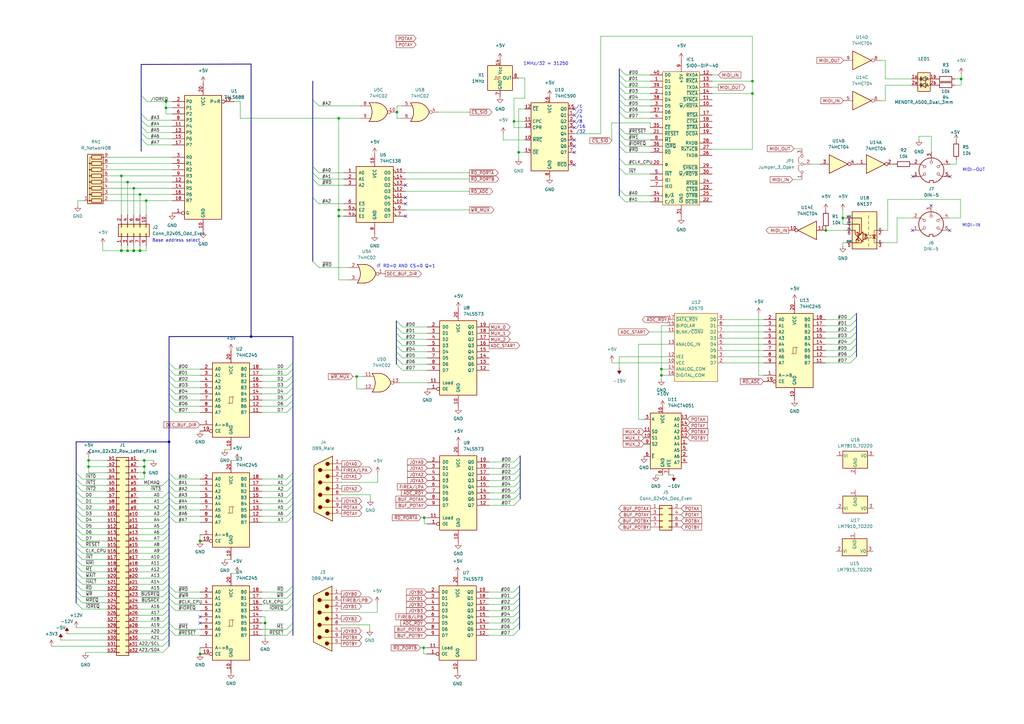
<source format=kicad_sch>
(kicad_sch (version 20211123) (generator eeschema)
  (paper "A3")
  (title_block (title "Z8C Midi Interfacee") (date "2022-10-14"))
  (junction (at 308.61 33.274))
  (junction (at 271.272 153.924))
  (junction (at 210.82 49.784))
  (junction (at 308.61 38.354))
  (junction (at 345.694 89.408))
  (junction (at 82.042 221.869))
  (junction (at 54.864 77.216))
  (junction (at 212.725 62.484))
  (junction (at 68.072 44.196))
  (junction (at 54.864 102.743))
  (junction (at 338.709 94.488))
  (junction (at 173.736 265.684))
  (junction (at 52.324 102.87))
  (junction (at 108.712 255.524))
  (junction (at 69.342 181.229))
  (junction (at 82.042 268.224))
  (junction (at 138.938 48.514))
  (junction (at 68.072 41.656))
  (junction (at 57.404 102.87))
  (junction (at 173.99 212.344))
  (junction (at 59.182 193.929))
  (junction (at 36.322 191.389))
  (junction (at 59.182 191.389))
  (junction (at 146.304 154.432))
  (junction (at 57.404 79.756))
  (junction (at 102.997 138.049))
  (junction (at 54.864 102.87))
  (junction (at 49.784 102.743))
  (junction (at 57.404 102.743))
  (junction (at 271.272 151.384))
  (junction (at 36.322 188.849))
  (junction (at 59.944 82.296))
  (junction (at 162.814 45.974))
  (junction (at 138.938 88.646))
  (junction (at 394.208 32.385))
  (junction (at 138.938 86.106))
  (junction (at 49.784 72.136))
  (junction (at 49.784 102.87))
  (junction (at 52.324 74.676))
  (junction (at 59.182 188.849))
  (no_connect (at 389.509 94.488))
  (no_connect (at 235.585 62.484))
  (no_connect (at 235.585 59.944))
  (no_connect (at 235.585 57.404))
  (no_connect (at 235.585 67.564))
  (no_connect (at 374.396 72.39))
  (no_connect (at 389.636 72.39))
  (no_connect (at 82.042 255.524))
  (no_connect (at 381.889 84.328))
  (no_connect (at 235.585 52.324))
  (no_connect (at 235.585 49.784))
  (no_connect (at 235.585 47.244))
  (no_connect (at 235.585 44.704))
  (no_connect (at 82.042 252.984))
  (no_connect (at 374.269 94.488))
  (no_connect (at 166.37 75.946))
  (no_connect (at 166.37 88.646))
  (no_connect (at 166.37 83.566))
  (no_connect (at 166.37 81.026))
  (bus_entry (at 120.142 240.284) (size -2.54 2.54))
  (bus_entry (at 348.742 148.844) (size 2.54 -2.54))
  (bus_entry (at 256.54 33.274) (size -2.54 -2.54))
  (bus_entry (at 69.342 249.809) (size -2.54 2.54))
  (bus_entry (at 33.782 216.789) (size -2.54 -2.54))
  (bus_entry (at 120.142 247.904) (size -2.54 2.54))
  (bus_entry (at 256.54 43.434) (size -2.54 -2.54))
  (bus_entry (at 57.912 51.816) (size 2.54 2.54))
  (bus_entry (at 120.142 206.629) (size -2.54 2.54))
  (bus_entry (at 120.142 245.364) (size -2.54 2.54))
  (bus_entry (at 69.342 219.329) (size -2.54 2.54))
  (bus_entry (at 31.242 229.489) (size 2.54 2.54))
  (bus_entry (at 69.342 229.489) (size -2.54 2.54))
  (bus_entry (at 165.1 144.272) (size -2.54 -2.54))
  (bus_entry (at 57.912 46.736) (size 2.54 2.54))
  (bus_entry (at 31.242 239.649) (size 2.54 2.54))
  (bus_entry (at 69.342 209.169) (size -2.54 2.54))
  (bus_entry (at 69.342 244.729) (size -2.54 2.54))
  (bus_entry (at 69.342 242.824) (size 2.54 2.54))
  (bus_entry (at 33.782 219.329) (size -2.54 -2.54))
  (bus_entry (at 33.782 206.629) (size -2.54 -2.54))
  (bus_entry (at 69.342 254.889) (size -2.54 2.54))
  (bus_entry (at 128.27 107.188) (size 2.54 2.54))
  (bus_entry (at 69.342 211.709) (size -2.54 2.54))
  (bus_entry (at 210.82 192.024) (size 2.54 -2.54))
  (bus_entry (at 117.602 166.624) (size 2.54 -2.54))
  (bus_entry (at 120.142 211.709) (size -2.54 2.54))
  (bus_entry (at 254 65.024) (size 2.54 2.54))
  (bus_entry (at 57.912 39.116) (size 2.54 2.54))
  (bus_entry (at 210.82 207.264) (size 2.54 -2.54))
  (bus_entry (at 256.54 40.894) (size -2.54 -2.54))
  (bus_entry (at 69.342 258.064) (size 2.54 2.54))
  (bus_entry (at 254 77.724) (size 2.54 2.54))
  (bus_entry (at 117.602 151.384) (size 2.54 -2.54))
  (bus_entry (at 69.342 199.009) (size 2.54 2.54))
  (bus_entry (at 71.882 159.004) (size -2.54 -2.54))
  (bus_entry (at 69.342 214.249) (size -2.54 2.54))
  (bus_entry (at 117.602 159.004) (size 2.54 -2.54))
  (bus_entry (at 120.142 209.169) (size -2.54 2.54))
  (bus_entry (at 348.742 146.304) (size 2.54 -2.54))
  (bus_entry (at 256.54 38.354) (size -2.54 -2.54))
  (bus_entry (at 210.82 202.184) (size 2.54 -2.54))
  (bus_entry (at 69.342 226.949) (size -2.54 2.54))
  (bus_entry (at 69.342 204.089) (size -2.54 2.54))
  (bus_entry (at 33.782 221.869) (size -2.54 -2.54))
  (bus_entry (at 33.782 209.169) (size -2.54 -2.54))
  (bus_entry (at 254 52.324) (size 2.54 2.54))
  (bus_entry (at 210.82 197.104) (size 2.54 -2.54))
  (bus_entry (at 210.82 204.724) (size 2.54 -2.54))
  (bus_entry (at 165.1 139.192) (size -2.54 -2.54))
  (bus_entry (at 33.782 214.249) (size -2.54 -2.54))
  (bus_entry (at 31.242 247.269) (size 2.54 2.54))
  (bus_entry (at 254 59.944) (size 2.54 2.54))
  (bus_entry (at 120.142 204.089) (size -2.54 2.54))
  (bus_entry (at 256.54 30.734) (size -2.54 -2.54))
  (bus_entry (at 69.342 239.649) (size -2.54 2.54))
  (bus_entry (at 256.54 48.514) (size -2.54 -2.54))
  (bus_entry (at 254 68.834) (size 2.54 2.54))
  (bus_entry (at 69.342 201.549) (size 2.54 2.54))
  (bus_entry (at 165.1 136.652) (size -2.54 -2.54))
  (bus_entry (at 33.782 211.709) (size -2.54 -2.54))
  (bus_entry (at 256.54 35.814) (size -2.54 -2.54))
  (bus_entry (at 210.566 252.984) (size 2.54 -2.54))
  (bus_entry (at 117.602 156.464) (size 2.54 -2.54))
  (bus_entry (at 210.566 242.824) (size 2.54 -2.54))
  (bus_entry (at 31.242 199.009) (size 2.54 2.54))
  (bus_entry (at 31.242 193.929) (size 2.54 2.54))
  (bus_entry (at 69.342 259.969) (size -2.54 2.54))
  (bus_entry (at 348.742 138.684) (size 2.54 -2.54))
  (bus_entry (at 348.742 136.144) (size 2.54 -2.54))
  (bus_entry (at 69.342 216.789) (size -2.54 2.54))
  (bus_entry (at 31.242 224.409) (size 2.54 2.54))
  (bus_entry (at 210.566 245.364) (size 2.54 -2.54))
  (bus_entry (at 69.342 252.349) (size -2.54 2.54))
  (bus_entry (at 348.742 141.224) (size 2.54 -2.54))
  (bus_entry (at 117.602 153.924) (size 2.54 -2.54))
  (bus_entry (at 69.342 196.469) (size 2.54 2.54))
  (bus_entry (at 210.566 247.904) (size 2.54 -2.54))
  (bus_entry (at 256.54 45.974) (size -2.54 -2.54))
  (bus_entry (at 120.142 258.064) (size -2.54 2.54))
  (bus_entry (at 210.566 250.444) (size 2.54 -2.54))
  (bus_entry (at 69.342 204.089) (size 2.54 2.54))
  (bus_entry (at 33.782 204.089) (size -2.54 -2.54))
  (bus_entry (at 69.342 206.629) (size 2.54 2.54))
  (bus_entry (at 128.27 40.894) (size 2.54 2.54))
  (bus_entry (at 66.802 199.009) (size 2.54 -2.54))
  (bus_entry (at 71.882 156.464) (size -2.54 -2.54))
  (bus_entry (at 117.602 164.084) (size 2.54 -2.54))
  (bus_entry (at 31.242 234.569) (size 2.54 2.54))
  (bus_entry (at 71.882 153.924) (size -2.54 -2.54))
  (bus_entry (at 210.82 194.564) (size 2.54 -2.54))
  (bus_entry (at 165.1 141.732) (size -2.54 -2.54))
  (bus_entry (at 69.342 247.904) (size 2.54 2.54))
  (bus_entry (at 31.242 232.029) (size 2.54 2.54))
  (bus_entry (at 254 57.404) (size 2.54 2.54))
  (bus_entry (at 120.142 255.524) (size -2.54 2.54))
  (bus_entry (at 57.912 49.276) (size 2.54 2.54))
  (bus_entry (at 31.242 237.109) (size 2.54 2.54))
  (bus_entry (at 69.342 211.709) (size 2.54 2.54))
  (bus_entry (at 31.242 221.869) (size 2.54 2.54))
  (bus_entry (at 128.27 68.326) (size 2.54 2.54))
  (bus_entry (at 71.882 169.164) (size -2.54 -2.54))
  (bus_entry (at 128.27 81.026) (size 2.54 2.54))
  (bus_entry (at 120.142 201.549) (size -2.54 2.54))
  (bus_entry (at 348.742 133.604) (size 2.54 -2.54))
  (bus_entry (at 348.742 131.064) (size 2.54 -2.54))
  (bus_entry (at 210.82 199.644) (size 2.54 -2.54))
  (bus_entry (at 120.142 193.929) (size -2.54 2.54))
  (bus_entry (at 71.882 166.624) (size -2.54 -2.54))
  (bus_entry (at 69.342 265.049) (size -2.54 2.54))
  (bus_entry (at 71.882 164.084) (size -2.54 -2.54))
  (bus_entry (at 71.882 161.544) (size -2.54 -2.54))
  (bus_entry (at 69.342 242.189) (size -2.54 2.54))
  (bus_entry (at 117.602 161.544) (size 2.54 -2.54))
  (bus_entry (at 31.242 244.729) (size 2.54 2.54))
  (bus_entry (at 69.342 257.429) (size -2.54 2.54))
  (bus_entry (at 69.342 237.109) (size -2.54 2.54))
  (bus_entry (at 120.142 242.824) (size -2.54 2.54))
  (bus_entry (at 71.882 151.384) (size -2.54 -2.54))
  (bus_entry (at 69.342 206.629) (size -2.54 2.54))
  (bus_entry (at 120.142 196.469) (size -2.54 2.54))
  (bus_entry (at 165.1 151.892) (size -2.54 -2.54))
  (bus_entry (at 69.342 232.029) (size -2.54 2.54))
  (bus_entry (at 210.566 260.604) (size 2.54 -2.54))
  (bus_entry (at 254 80.264) (size 2.54 2.54))
  (bus_entry (at 165.1 149.352) (size -2.54 -2.54))
  (bus_entry (at 69.342 245.364) (size 2.54 2.54))
  (bus_entry (at 165.1 146.812) (size -2.54 -2.54))
  (bus_entry (at 69.342 247.269) (size -2.54 2.54))
  (bus_entry (at 31.242 242.189) (size 2.54 2.54))
  (bus_entry (at 69.342 224.409) (size -2.54 2.54))
  (bus_entry (at 31.242 196.469) (size 2.54 2.54))
  (bus_entry (at 31.242 226.949) (size 2.54 2.54))
  (bus_entry (at 69.342 255.524) (size 2.54 2.54))
  (bus_entry (at 69.342 240.284) (size 2.54 2.54))
  (bus_entry (at 210.566 258.064) (size 2.54 -2.54))
  (bus_entry (at 69.342 193.929) (size 2.54 2.54))
  (bus_entry (at 57.912 54.356) (size 2.54 2.54))
  (bus_entry (at 69.342 221.869) (size -2.54 2.54))
  (bus_entry (at 128.27 70.866) (size 2.54 2.54))
  (bus_entry (at 128.27 73.406) (size 2.54 2.54))
  (bus_entry (at 210.566 255.524) (size 2.54 -2.54))
  (bus_entry (at 69.342 234.569) (size -2.54 2.54))
  (bus_entry (at 69.342 201.549) (size -2.54 2.54))
  (bus_entry (at 165.1 134.112) (size -2.54 -2.54))
  (bus_entry (at 69.342 262.509) (size -2.54 2.54))
  (bus_entry (at 348.742 143.764) (size 2.54 -2.54))
  (bus_entry (at 69.342 209.169) (size 2.54 2.54))
  (bus_entry (at 117.602 169.164) (size 2.54 -2.54))
  (bus_entry (at 57.912 56.896) (size 2.54 2.54))
  (bus_entry (at 254 54.864) (size 2.54 2.54))
  (bus_entry (at 120.142 199.009) (size -2.54 2.54))
  (bus_entry (at 210.82 189.484) (size 2.54 -2.54))
  (wire (pts (xy 33.782 229.489) (xy 43.942 229.489)))
  (wire (pts (xy 59.182 188.849) (xy 62.992 188.849)))
  (wire (pts (xy 56.642 199.009) (xy 66.802 199.009)))
  (bus (pts (xy 69.342 209.169) (xy 69.342 206.629)))
  (wire (pts (xy 212.725 44.704) (xy 212.725 62.484)))
  (wire (pts (xy 348.742 141.224) (xy 338.582 141.224)))
  (wire (pts (xy 146.304 154.432) (xy 148.844 154.432)))
  (wire (pts (xy 70.612 44.196) (xy 68.072 44.196)))
  (wire (pts (xy 345.694 99.568) (xy 346.964 99.568)))
  (wire (pts (xy 348.742 143.764) (xy 338.582 143.764)))
  (wire (pts (xy 138.938 88.646) (xy 138.938 114.808)))
  (wire (pts (xy 165.1 146.812) (xy 175.26 146.812)))
  (wire (pts (xy 92.202 184.404) (xy 94.742 184.404)))
  (bus (pts (xy 69.342 232.029) (xy 69.342 229.489)))
  (bus (pts (xy 31.242 196.469) (xy 31.242 199.009)))
  (bus (pts (xy 254 57.404) (xy 254 59.944)))
  (wire (pts (xy 66.802 221.869) (xy 56.642 221.869)))
  (wire (pts (xy 66.802 204.089) (xy 56.642 204.089)))
  (wire (pts (xy 33.782 209.169) (xy 43.942 209.169)))
  (wire (pts (xy 98.552 48.514) (xy 138.938 48.514)))
  (wire (pts (xy 117.602 196.469) (xy 107.442 196.469)))
  (wire (pts (xy 348.742 131.064) (xy 338.582 131.064)))
  (bus (pts (xy 254 52.324) (xy 254 54.864)))
  (wire (pts (xy 66.802 219.329) (xy 56.642 219.329)))
  (wire (pts (xy 348.742 133.604) (xy 338.582 133.604)))
  (wire (pts (xy 66.802 254.889) (xy 56.642 254.889)))
  (wire (pts (xy 348.742 146.304) (xy 338.582 146.304)))
  (bus (pts (xy 69.342 244.729) (xy 69.342 245.364)))
  (wire (pts (xy 393.954 89.408) (xy 393.954 81.788)))
  (bus (pts (xy 69.342 164.084) (xy 69.342 161.544)))
  (wire (pts (xy 54.864 77.216) (xy 70.612 77.216)))
  (bus (pts (xy 351.282 146.304) (xy 351.282 143.764)))
  (wire (pts (xy 271.272 155.448) (xy 271.272 153.924)))
  (wire (pts (xy 165.1 141.732) (xy 175.26 141.732)))
  (wire (pts (xy 52.324 102.87) (xy 52.324 100.838)))
  (wire (pts (xy 66.802 259.969) (xy 56.642 259.969)))
  (bus (pts (xy 254 45.974) (xy 254 52.324)))
  (wire (pts (xy 44.196 79.756) (xy 57.404 79.756)))
  (bus (pts (xy 254 54.864) (xy 254 57.404)))
  (bus (pts (xy 351.282 138.684) (xy 351.282 136.144)))
  (bus (pts (xy 69.342 245.364) (xy 69.342 247.269)))
  (wire (pts (xy 210.82 52.324) (xy 215.265 52.324)))
  (wire (pts (xy 68.072 46.736) (xy 70.612 46.736)))
  (bus (pts (xy 162.56 141.732) (xy 162.56 139.192)))
  (wire (pts (xy 165.1 151.892) (xy 175.26 151.892)))
  (wire (pts (xy 140.208 202.946) (xy 151.892 202.946)))
  (wire (pts (xy 210.82 49.784) (xy 210.82 52.324)))
  (wire (pts (xy 271.272 151.384) (xy 271.272 153.924)))
  (wire (pts (xy 164.592 48.514) (xy 162.814 48.514)))
  (wire (pts (xy 345.694 89.408) (xy 345.694 91.948)))
  (wire (pts (xy 394.208 32.385) (xy 394.208 30.48)))
  (bus (pts (xy 213.106 255.524) (xy 213.106 252.984)))
  (wire (pts (xy 311.15 153.924) (xy 313.182 153.924)))
  (wire (pts (xy 44.196 74.676) (xy 52.324 74.676)))
  (bus (pts (xy 351.282 143.764) (xy 351.282 141.224)))
  (bus (pts (xy 128.27 33.274) (xy 128.27 40.894)))
  (wire (pts (xy 71.882 247.904) (xy 82.042 247.904)))
  (wire (pts (xy 154.686 251.206) (xy 154.686 247.396)))
  (bus (pts (xy 69.342 166.624) (xy 69.342 164.084)))
  (wire (pts (xy 59.944 102.87) (xy 59.944 100.838)))
  (bus (pts (xy 57.912 56.896) (xy 57.912 54.356)))
  (bus (pts (xy 69.342 138.049) (xy 102.997 138.049)))
  (wire (pts (xy 82.042 219.329) (xy 82.042 221.869)))
  (wire (pts (xy 271.272 133.604) (xy 274.066 133.604)))
  (wire (pts (xy 27.432 259.969) (xy 43.942 259.969)))
  (wire (pts (xy 162.814 45.974) (xy 162.814 43.434)))
  (bus (pts (xy 254 38.354) (xy 254 35.814)))
  (wire (pts (xy 117.602 166.624) (xy 107.442 166.624)))
  (wire (pts (xy 66.802 242.189) (xy 56.642 242.189)))
  (bus (pts (xy 69.342 229.489) (xy 69.342 226.949)))
  (wire (pts (xy 108.712 255.524) (xy 108.712 261.874)))
  (wire (pts (xy 348.742 138.684) (xy 338.582 138.684)))
  (wire (pts (xy 130.81 73.406) (xy 140.97 73.406)))
  (wire (pts (xy 54.864 77.216) (xy 54.864 88.138)))
  (wire (pts (xy 165.1 134.112) (xy 175.26 134.112)))
  (wire (pts (xy 60.452 51.816) (xy 70.612 51.816)))
  (wire (pts (xy 54.864 102.743) (xy 54.864 100.838)))
  (bus (pts (xy 254 65.024) (xy 254 68.834)))
  (bus (pts (xy 254 59.944) (xy 254 65.024)))
  (wire (pts (xy 59.944 82.296) (xy 70.612 82.296)))
  (wire (pts (xy 250.952 148.844) (xy 250.952 148.336)))
  (wire (pts (xy 57.404 102.743) (xy 57.404 102.87)))
  (wire (pts (xy 256.54 48.514) (xy 266.7 48.514)))
  (bus (pts (xy 120.142 153.924) (xy 120.142 151.384)))
  (wire (pts (xy 345.694 89.408) (xy 346.964 89.408)))
  (wire (pts (xy 21.082 265.049) (xy 43.942 265.049)))
  (wire (pts (xy 215.265 49.784) (xy 210.82 49.784)))
  (wire (pts (xy 266.192 136.144) (xy 274.066 136.144)))
  (wire (pts (xy 254 146.304) (xy 274.066 146.304)))
  (bus (pts (xy 120.142 245.364) (xy 120.142 247.904)))
  (wire (pts (xy 36.322 193.929) (xy 43.942 193.929)))
  (wire (pts (xy 42.164 102.87) (xy 49.784 102.87)))
  (wire (pts (xy 33.782 221.869) (xy 43.942 221.869)))
  (wire (pts (xy 33.782 219.329) (xy 43.942 219.329)))
  (wire (pts (xy 92.202 229.489) (xy 94.742 229.489)))
  (bus (pts (xy 69.342 159.004) (xy 69.342 156.464)))
  (bus (pts (xy 120.142 242.824) (xy 120.142 245.364)))
  (wire (pts (xy 33.782 204.089) (xy 43.942 204.089)))
  (wire (pts (xy 308.61 33.274) (xy 308.61 38.354)))
  (wire (pts (xy 154.94 197.866) (xy 154.94 194.056)))
  (wire (pts (xy 49.784 102.743) (xy 49.784 100.838)))
  (bus (pts (xy 213.36 186.944) (xy 213.36 189.484)))
  (wire (pts (xy 117.602 153.924) (xy 107.442 153.924)))
  (wire (pts (xy 254 150.876) (xy 254 146.304)))
  (bus (pts (xy 162.56 136.652) (xy 162.56 139.192)))
  (wire (pts (xy 117.602 250.444) (xy 107.442 250.444)))
  (wire (pts (xy 363.093 32.385) (xy 373.888 32.385)))
  (bus (pts (xy 120.142 240.284) (xy 120.142 242.824)))
  (wire (pts (xy 117.602 258.064) (xy 107.442 258.064)))
  (bus (pts (xy 31.242 219.329) (xy 31.242 216.789)))
  (wire (pts (xy 261.874 141.224) (xy 274.066 141.224)))
  (wire (pts (xy 60.452 49.276) (xy 70.612 49.276)))
  (wire (pts (xy 210.566 242.824) (xy 200.406 242.824)))
  (wire (pts (xy 271.272 153.924) (xy 274.066 153.924)))
  (wire (pts (xy 31.242 257.429) (xy 43.942 257.429)))
  (bus (pts (xy 120.142 166.624) (xy 120.142 193.929)))
  (wire (pts (xy 256.54 59.944) (xy 266.7 59.944)))
  (bus (pts (xy 120.142 209.169) (xy 120.142 211.709)))
  (wire (pts (xy 268.986 194.818) (xy 271.78 194.818)))
  (wire (pts (xy 308.61 61.214) (xy 292.1 61.214)))
  (wire (pts (xy 313.182 148.844) (xy 296.926 148.844)))
  (wire (pts (xy 276.352 194.818) (xy 274.32 194.818)))
  (wire (pts (xy 138.938 48.514) (xy 138.938 86.106)))
  (bus (pts (xy 31.242 209.169) (xy 31.242 206.629)))
  (bus (pts (xy 213.106 240.284) (xy 213.106 242.824)))
  (wire (pts (xy 346.964 94.488) (xy 338.709 94.488)))
  (wire (pts (xy 308.61 38.354) (xy 308.61 61.214)))
  (bus (pts (xy 254 45.974) (xy 254 43.434)))
  (wire (pts (xy 117.602 211.709) (xy 107.442 211.709)))
  (wire (pts (xy 256.54 45.974) (xy 266.7 45.974)))
  (bus (pts (xy 351.282 128.524) (xy 351.282 131.064)))
  (wire (pts (xy 212.725 62.484) (xy 215.265 62.484)))
  (wire (pts (xy 172.72 212.344) (xy 173.99 212.344)))
  (bus (pts (xy 120.142 164.084) (xy 120.142 161.544)))
  (wire (pts (xy 66.802 209.169) (xy 56.642 209.169)))
  (wire (pts (xy 206.375 57.404) (xy 206.375 54.864)))
  (wire (pts (xy 389.509 89.408) (xy 393.954 89.408)))
  (wire (pts (xy 33.782 211.709) (xy 43.942 211.709)))
  (wire (pts (xy 117.602 214.249) (xy 107.442 214.249)))
  (wire (pts (xy 33.782 239.649) (xy 43.942 239.649)))
  (wire (pts (xy 36.322 191.389) (xy 36.322 193.929)))
  (wire (pts (xy 363.093 34.925) (xy 373.888 34.925)))
  (wire (pts (xy 44.196 82.296) (xy 59.944 82.296)))
  (wire (pts (xy 117.602 164.084) (xy 107.442 164.084)))
  (wire (pts (xy 138.938 114.808) (xy 142.748 114.808)))
  (wire (pts (xy 313.182 131.064) (xy 296.926 131.064)))
  (wire (pts (xy 256.54 43.434) (xy 266.7 43.434)))
  (wire (pts (xy 210.82 189.484) (xy 200.66 189.484)))
  (wire (pts (xy 33.782 232.029) (xy 43.942 232.029)))
  (wire (pts (xy 256.54 80.264) (xy 266.7 80.264)))
  (bus (pts (xy 69.342 249.809) (xy 69.342 247.904)))
  (wire (pts (xy 210.566 260.604) (xy 200.406 260.604)))
  (wire (pts (xy 235.585 54.864) (xy 246.38 54.864)))
  (wire (pts (xy 57.404 100.838) (xy 57.404 102.743)))
  (wire (pts (xy 172.466 265.684) (xy 173.736 265.684)))
  (wire (pts (xy 56.642 193.929) (xy 59.182 193.929)))
  (bus (pts (xy 31.242 242.189) (xy 31.242 244.729)))
  (wire (pts (xy 71.882 209.169) (xy 82.042 209.169)))
  (bus (pts (xy 162.56 149.352) (xy 162.56 146.812)))
  (wire (pts (xy 60.452 54.356) (xy 70.612 54.356)))
  (wire (pts (xy 49.784 72.136) (xy 70.612 72.136)))
  (bus (pts (xy 128.27 107.188) (xy 128.27 81.026)))
  (bus (pts (xy 69.342 242.824) (xy 69.342 244.729)))
  (wire (pts (xy 210.82 194.564) (xy 200.66 194.564)))
  (bus (pts (xy 69.342 153.924) (xy 69.342 156.464)))
  (bus (pts (xy 31.242 181.229) (xy 69.342 181.229)))
  (wire (pts (xy 117.602 204.089) (xy 107.442 204.089)))
  (bus (pts (xy 254 43.434) (xy 254 40.894)))
  (bus (pts (xy 31.242 199.009) (xy 31.242 201.549)))
  (wire (pts (xy 210.82 207.264) (xy 200.66 207.264)))
  (wire (pts (xy 138.938 48.514) (xy 147.574 48.514)))
  (bus (pts (xy 69.342 204.089) (xy 69.342 201.549)))
  (wire (pts (xy 44.196 69.596) (xy 70.612 69.596)))
  (bus (pts (xy 31.242 237.109) (xy 31.242 239.649)))
  (bus (pts (xy 120.142 206.629) (xy 120.142 209.169)))
  (wire (pts (xy 382.016 55.88) (xy 382.016 62.23)))
  (wire (pts (xy 71.882 199.009) (xy 82.042 199.009)))
  (wire (pts (xy 392.176 67.31) (xy 392.176 65.405)))
  (wire (pts (xy 66.802 224.409) (xy 56.642 224.409)))
  (wire (pts (xy 59.182 193.929) (xy 59.182 191.389)))
  (bus (pts (xy 69.342 199.009) (xy 69.342 201.549)))
  (wire (pts (xy 108.712 252.984) (xy 108.712 255.524)))
  (wire (pts (xy 166.37 70.866) (xy 192.532 70.866)))
  (bus (pts (xy 31.242 224.409) (xy 31.242 226.949)))
  (wire (pts (xy 313.182 146.304) (xy 296.926 146.304)))
  (bus (pts (xy 120.142 199.009) (xy 120.142 201.549)))
  (bus (pts (xy 120.142 255.524) (xy 120.142 258.064)))
  (bus (pts (xy 351.282 131.064) (xy 351.282 133.604)))
  (wire (pts (xy 71.882 161.544) (xy 82.042 161.544)))
  (wire (pts (xy 325.12 73.66) (xy 328.93 73.66)))
  (wire (pts (xy 33.782 196.469) (xy 43.942 196.469)))
  (bus (pts (xy 120.142 247.904) (xy 120.142 255.524)))
  (bus (pts (xy 254 68.834) (xy 254 77.724)))
  (wire (pts (xy 68.072 44.196) (xy 68.072 41.656)))
  (bus (pts (xy 69.342 257.429) (xy 69.342 255.524)))
  (wire (pts (xy 215.265 32.004) (xy 215.265 40.259)))
  (wire (pts (xy 33.782 249.809) (xy 43.942 249.809)))
  (wire (pts (xy 71.882 196.469) (xy 82.042 196.469)))
  (wire (pts (xy 44.196 67.056) (xy 70.612 67.056)))
  (wire (pts (xy 313.182 138.684) (xy 296.926 138.684)))
  (bus (pts (xy 57.912 39.116) (xy 57.912 46.736)))
  (wire (pts (xy 71.882 258.064) (xy 82.042 258.064)))
  (wire (pts (xy 210.82 40.259) (xy 210.82 49.784)))
  (wire (pts (xy 54.864 102.743) (xy 54.864 102.87)))
  (wire (pts (xy 117.602 169.164) (xy 107.442 169.164)))
  (wire (pts (xy 33.782 247.269) (xy 43.942 247.269)))
  (bus (pts (xy 31.242 229.489) (xy 31.242 232.029)))
  (wire (pts (xy 33.782 244.729) (xy 43.942 244.729)))
  (wire (pts (xy 210.566 252.984) (xy 200.406 252.984)))
  (bus (pts (xy 213.106 258.064) (xy 213.106 255.524)))
  (wire (pts (xy 33.782 242.189) (xy 43.942 242.189)))
  (bus (pts (xy 69.342 181.229) (xy 69.342 193.929)))
  (bus (pts (xy 213.36 197.104) (xy 213.36 194.564)))
  (wire (pts (xy 49.784 102.743) (xy 49.784 102.87)))
  (wire (pts (xy 308.61 33.274) (xy 292.1 33.274)))
  (wire (pts (xy 71.882 204.089) (xy 82.042 204.089)))
  (wire (pts (xy 71.882 250.444) (xy 82.042 250.444)))
  (wire (pts (xy 210.566 255.524) (xy 200.406 255.524)))
  (wire (pts (xy 66.802 249.809) (xy 56.642 249.809)))
  (wire (pts (xy 165.1 144.272) (xy 175.26 144.272)))
  (bus (pts (xy 69.342 211.709) (xy 69.342 209.169)))
  (wire (pts (xy 215.265 44.704) (xy 212.725 44.704)))
  (wire (pts (xy 71.882 242.824) (xy 82.042 242.824)))
  (wire (pts (xy 348.742 136.144) (xy 338.582 136.144)))
  (wire (pts (xy 117.602 156.464) (xy 107.442 156.464)))
  (wire (pts (xy 162.814 48.514) (xy 162.814 45.974)))
  (wire (pts (xy 313.182 141.224) (xy 296.926 141.224)))
  (bus (pts (xy 69.342 249.809) (xy 69.342 252.349)))
  (bus (pts (xy 69.342 237.109) (xy 69.342 234.569)))
  (wire (pts (xy 66.802 214.249) (xy 56.642 214.249)))
  (bus (pts (xy 120.142 159.004) (xy 120.142 156.464)))
  (bus (pts (xy 69.342 216.789) (xy 69.342 214.249)))
  (wire (pts (xy 66.802 234.569) (xy 56.642 234.569)))
  (bus (pts (xy 69.342 166.624) (xy 69.342 181.229)))
  (wire (pts (xy 389.636 67.31) (xy 392.176 67.31)))
  (wire (pts (xy 130.81 75.946) (xy 140.97 75.946)))
  (bus (pts (xy 102.997 26.289) (xy 102.997 138.049)))
  (bus (pts (xy 69.342 258.064) (xy 69.342 257.429)))
  (bus (pts (xy 162.56 131.572) (xy 162.56 134.112)))
  (wire (pts (xy 66.802 239.649) (xy 56.642 239.649)))
  (wire (pts (xy 212.725 32.004) (xy 215.265 32.004)))
  (bus (pts (xy 69.342 262.509) (xy 69.342 259.969)))
  (wire (pts (xy 66.802 206.629) (xy 56.642 206.629)))
  (bus (pts (xy 213.36 189.484) (xy 213.36 192.024)))
  (wire (pts (xy 57.404 79.756) (xy 70.612 79.756)))
  (wire (pts (xy 162.814 43.434) (xy 164.592 43.434)))
  (wire (pts (xy 57.404 79.756) (xy 57.404 88.138)))
  (bus (pts (xy 31.242 219.329) (xy 31.242 221.869)))
  (wire (pts (xy 179.832 45.974) (xy 192.786 45.974)))
  (wire (pts (xy 164.084 156.972) (xy 175.26 156.972)))
  (wire (pts (xy 44.196 72.136) (xy 49.784 72.136)))
  (wire (pts (xy 59.182 191.389) (xy 59.182 188.849)))
  (bus (pts (xy 351.282 133.604) (xy 351.282 136.144)))
  (wire (pts (xy 31.877 82.296) (xy 34.036 82.296)))
  (wire (pts (xy 210.82 197.104) (xy 200.66 197.104)))
  (bus (pts (xy 69.342 193.929) (xy 69.342 196.469)))
  (wire (pts (xy 246.38 14.859) (xy 246.38 54.864)))
  (wire (pts (xy 52.324 102.87) (xy 54.864 102.87)))
  (wire (pts (xy 66.802 232.029) (xy 56.642 232.029)))
  (wire (pts (xy 117.602 159.004) (xy 107.442 159.004)))
  (wire (pts (xy 367.919 89.408) (xy 374.269 89.408)))
  (wire (pts (xy 210.566 258.064) (xy 200.406 258.064)))
  (wire (pts (xy 71.882 201.549) (xy 82.042 201.549)))
  (wire (pts (xy 346.964 91.948) (xy 345.694 91.948)))
  (wire (pts (xy 210.82 202.184) (xy 200.66 202.184)))
  (wire (pts (xy 311.15 128.778) (xy 311.15 153.924)))
  (bus (pts (xy 120.142 161.544) (xy 120.142 159.004)))
  (wire (pts (xy 364.109 81.788) (xy 364.109 94.488)))
  (wire (pts (xy 49.784 72.136) (xy 49.784 88.138)))
  (bus (pts (xy 69.342 240.284) (xy 69.342 242.189)))
  (wire (pts (xy 66.802 265.049) (xy 56.642 265.049)))
  (wire (pts (xy 256.54 38.354) (xy 266.7 38.354)))
  (wire (pts (xy 210.82 192.024) (xy 200.66 192.024)))
  (wire (pts (xy 166.37 73.406) (xy 192.532 73.406)))
  (wire (pts (xy 33.782 214.249) (xy 43.942 214.249)))
  (wire (pts (xy 24.892 262.509) (xy 43.942 262.509)))
  (bus (pts (xy 57.912 56.896) (xy 57.912 61.976)))
  (wire (pts (xy 313.182 136.144) (xy 296.926 136.144)))
  (wire (pts (xy 146.304 159.512) (xy 146.304 154.432)))
  (wire (pts (xy 33.782 226.949) (xy 43.942 226.949)))
  (wire (pts (xy 210.82 204.724) (xy 200.66 204.724)))
  (wire (pts (xy 71.882 166.624) (xy 82.042 166.624)))
  (wire (pts (xy 348.742 148.844) (xy 338.582 148.844)))
  (wire (pts (xy 173.736 265.684) (xy 175.006 265.684)))
  (wire (pts (xy 376.936 57.15) (xy 376.936 55.88)))
  (bus (pts (xy 254 30.734) (xy 254 33.274)))
  (bus (pts (xy 213.106 252.984) (xy 213.106 250.444)))
  (wire (pts (xy 71.882 156.464) (xy 82.042 156.464)))
  (wire (pts (xy 256.54 82.804) (xy 266.7 82.804)))
  (wire (pts (xy 71.882 159.004) (xy 82.042 159.004)))
  (wire (pts (xy 173.99 212.344) (xy 175.26 212.344)))
  (wire (pts (xy 60.452 41.656) (xy 68.072 41.656)))
  (bus (pts (xy 31.242 244.729) (xy 31.242 247.269)))
  (bus (pts (xy 120.142 193.929) (xy 120.142 196.469)))
  (wire (pts (xy 210.566 247.904) (xy 200.406 247.904)))
  (wire (pts (xy 130.81 83.566) (xy 140.97 83.566)))
  (wire (pts (xy 138.938 88.646) (xy 140.97 88.646)))
  (wire (pts (xy 54.864 102.87) (xy 57.404 102.87)))
  (bus (pts (xy 120.142 138.049) (xy 120.142 148.844)))
  (wire (pts (xy 363.093 24.765) (xy 363.093 32.385)))
  (wire (pts (xy 66.802 211.709) (xy 56.642 211.709)))
  (wire (pts (xy 52.324 74.676) (xy 52.324 88.138)))
  (wire (pts (xy 215.265 57.404) (xy 206.375 57.404)))
  (bus (pts (xy 31.242 214.249) (xy 31.242 211.709)))
  (bus (pts (xy 31.242 206.629) (xy 31.242 204.089)))
  (wire (pts (xy 33.782 216.789) (xy 43.942 216.789)))
  (bus (pts (xy 120.142 151.384) (xy 120.142 148.844)))
  (wire (pts (xy 313.182 143.764) (xy 296.926 143.764)))
  (wire (pts (xy 94.742 235.204) (xy 97.282 235.204)))
  (wire (pts (xy 36.322 191.389) (xy 36.322 188.849)))
  (wire (pts (xy 71.882 211.709) (xy 82.042 211.709)))
  (wire (pts (xy 173.736 265.684) (xy 173.736 268.224)))
  (wire (pts (xy 130.81 109.728) (xy 142.748 109.728)))
  (wire (pts (xy 66.802 244.729) (xy 56.642 244.729)))
  (wire (pts (xy 117.602 206.629) (xy 107.442 206.629)))
  (wire (pts (xy 117.602 247.904) (xy 107.442 247.904)))
  (wire (pts (xy 210.82 199.644) (xy 200.66 199.644)))
  (bus (pts (xy 57.912 51.816) (xy 57.912 49.276)))
  (bus (pts (xy 31.242 204.089) (xy 31.242 201.549)))
  (wire (pts (xy 31.877 82.296) (xy 31.877 84.201)))
  (bus (pts (xy 69.342 259.969) (xy 69.342 258.064)))
  (wire (pts (xy 138.938 86.106) (xy 138.938 88.646)))
  (wire (pts (xy 256.54 71.374) (xy 266.7 71.374)))
  (wire (pts (xy 166.37 86.106) (xy 192.532 86.106)))
  (wire (pts (xy 66.802 257.429) (xy 56.642 257.429)))
  (wire (pts (xy 151.638 256.286) (xy 151.638 258.064)))
  (wire (pts (xy 210.566 245.364) (xy 200.406 245.364)))
  (wire (pts (xy 68.072 41.656) (xy 70.612 41.656)))
  (wire (pts (xy 56.642 196.469) (xy 59.182 196.469)))
  (wire (pts (xy 82.042 265.684) (xy 82.042 268.224)))
  (bus (pts (xy 31.242 239.649) (xy 31.242 242.189)))
  (bus (pts (xy 69.342 226.949) (xy 69.342 224.409)))
  (wire (pts (xy 256.54 67.564) (xy 266.7 67.564)))
  (bus (pts (xy 69.342 219.329) (xy 69.342 216.789)))
  (wire (pts (xy 165.1 149.352) (xy 175.26 149.352)))
  (wire (pts (xy 173.99 212.344) (xy 173.99 214.884)))
  (wire (pts (xy 33.782 234.569) (xy 43.942 234.569)))
  (wire (pts (xy 117.602 260.604) (xy 107.442 260.604)))
  (wire (pts (xy 33.782 201.549) (xy 43.942 201.549)))
  (wire (pts (xy 98.552 41.656) (xy 98.552 48.514)))
  (wire (pts (xy 313.182 133.604) (xy 296.926 133.604)))
  (wire (pts (xy 294.64 35.814) (xy 292.1 35.814)))
  (wire (pts (xy 117.602 245.364) (xy 107.442 245.364)))
  (bus (pts (xy 69.342 214.249) (xy 69.342 211.709)))
  (wire (pts (xy 42.164 100.33) (xy 42.164 102.87)))
  (wire (pts (xy 391.668 34.925) (xy 394.208 34.925)))
  (wire (pts (xy 332.74 67.31) (xy 336.296 67.31)))
  (wire (pts (xy 36.322 187.579) (xy 36.322 188.849)))
  (bus (pts (xy 254 40.894) (xy 254 38.354)))
  (bus (pts (xy 254 28.194) (xy 254 30.734)))
  (bus (pts (xy 120.142 258.064) (xy 120.142 260.604)))
  (wire (pts (xy 49.784 102.87) (xy 52.324 102.87)))
  (bus (pts (xy 57.912 39.116) (xy 57.912 26.416)))
  (bus (pts (xy 213.36 202.184) (xy 213.36 199.644)))
  (wire (pts (xy 376.936 55.88) (xy 382.016 55.88)))
  (wire (pts (xy 107.442 255.524) (xy 108.712 255.524)))
  (wire (pts (xy 33.782 199.009) (xy 43.942 199.009)))
  (wire (pts (xy 256.54 57.404) (xy 266.7 57.404)))
  (wire (pts (xy 71.882 164.084) (xy 82.042 164.084)))
  (bus (pts (xy 69.342 206.629) (xy 69.342 204.089)))
  (wire (pts (xy 66.802 267.589) (xy 56.642 267.589)))
  (wire (pts (xy 33.782 206.629) (xy 43.942 206.629)))
  (bus (pts (xy 31.242 193.929) (xy 31.242 196.469)))
  (wire (pts (xy 246.38 14.859) (xy 308.61 14.859)))
  (wire (pts (xy 60.452 59.436) (xy 70.612 59.436)))
  (wire (pts (xy 66.802 247.269) (xy 56.642 247.269)))
  (wire (pts (xy 139.954 251.206) (xy 154.686 251.206)))
  (wire (pts (xy 71.882 151.384) (xy 82.042 151.384)))
  (wire (pts (xy 117.602 199.009) (xy 107.442 199.009)))
  (bus (pts (xy 57.912 26.416) (xy 102.997 26.289)))
  (bus (pts (xy 213.36 192.024) (xy 213.36 194.564)))
  (wire (pts (xy 361.188 41.275) (xy 363.093 41.275)))
  (wire (pts (xy 71.882 214.249) (xy 82.042 214.249)))
  (bus (pts (xy 31.242 181.229) (xy 31.242 193.929)))
  (wire (pts (xy 43.942 191.389) (xy 36.322 191.389)))
  (bus (pts (xy 102.997 138.049) (xy 120.142 138.049)))
  (wire (pts (xy 57.404 102.87) (xy 59.944 102.87)))
  (wire (pts (xy 71.882 206.629) (xy 82.042 206.629)))
  (wire (pts (xy 345.694 100.838) (xy 345.694 99.568)))
  (wire (pts (xy 117.602 209.169) (xy 107.442 209.169)))
  (bus (pts (xy 57.912 54.356) (xy 57.912 51.816)))
  (wire (pts (xy 107.442 252.984) (xy 108.712 252.984)))
  (bus (pts (xy 69.342 224.409) (xy 69.342 221.869)))
  (bus (pts (xy 213.36 199.644) (xy 213.36 197.104)))
  (bus (pts (xy 69.342 151.384) (xy 69.342 153.924)))
  (wire (pts (xy 256.54 33.274) (xy 266.7 33.274)))
  (wire (pts (xy 130.81 43.434) (xy 147.574 43.434)))
  (wire (pts (xy 94.742 188.849) (xy 97.282 188.849)))
  (wire (pts (xy 210.566 250.444) (xy 200.406 250.444)))
  (bus (pts (xy 128.27 73.406) (xy 128.27 81.026)))
  (bus (pts (xy 69.342 252.349) (xy 69.342 254.889)))
  (bus (pts (xy 31.242 234.569) (xy 31.242 237.109)))
  (bus (pts (xy 69.342 196.469) (xy 69.342 199.009)))
  (bus (pts (xy 69.342 247.904) (xy 69.342 247.269)))
  (wire (pts (xy 338.709 94.488) (xy 338.709 93.853)))
  (wire (pts (xy 345.694 86.233) (xy 345.694 89.408)))
  (bus (pts (xy 69.342 262.509) (xy 69.342 265.049)))
  (bus (pts (xy 31.242 232.029) (xy 31.242 234.569)))
  (bus (pts (xy 213.36 204.724) (xy 213.36 202.184)))
  (wire (pts (xy 361.188 24.765) (xy 363.093 24.765)))
  (bus (pts (xy 128.27 70.866) (xy 128.27 73.406)))
  (wire (pts (xy 66.802 229.489) (xy 56.642 229.489)))
  (wire (pts (xy 256.54 35.814) (xy 266.7 35.814)))
  (bus (pts (xy 120.142 156.464) (xy 120.142 153.924)))
  (bus (pts (xy 213.106 250.444) (xy 213.106 247.904)))
  (wire (pts (xy 364.109 94.488) (xy 362.204 94.488)))
  (wire (pts (xy 256.54 62.484) (xy 266.7 62.484)))
  (bus (pts (xy 69.342 138.049) (xy 69.342 148.844)))
  (bus (pts (xy 57.912 46.736) (xy 57.912 49.276)))
  (wire (pts (xy 325.628 60.96) (xy 328.93 60.96)))
  (wire (pts (xy 52.324 74.676) (xy 70.612 74.676)))
  (wire (pts (xy 117.602 242.824) (xy 107.442 242.824)))
  (bus (pts (xy 31.242 221.869) (xy 31.242 224.409)))
  (wire (pts (xy 130.81 70.866) (xy 140.97 70.866)))
  (bus (pts (xy 162.56 144.272) (xy 162.56 141.732)))
  (bus (pts (xy 31.242 226.949) (xy 31.242 229.489)))
  (wire (pts (xy 66.802 262.509) (xy 56.642 262.509)))
  (wire (pts (xy 139.954 256.286) (xy 151.638 256.286)))
  (wire (pts (xy 391.668 32.385) (xy 394.208 32.385)))
  (bus (pts (xy 128.27 40.894) (xy 128.27 68.326)))
  (wire (pts (xy 166.37 78.486) (xy 192.532 78.486)))
  (wire (pts (xy 308.61 38.354) (xy 292.1 38.354)))
  (bus (pts (xy 31.242 216.789) (xy 31.242 214.249)))
  (wire (pts (xy 271.272 133.604) (xy 271.272 151.384)))
  (wire (pts (xy 59.182 196.469) (xy 59.182 193.929)))
  (wire (pts (xy 250.952 57.658) (xy 250.825 50.419)))
  (wire (pts (xy 36.322 188.849) (xy 43.942 188.849)))
  (bus (pts (xy 213.106 242.824) (xy 213.106 245.364)))
  (wire (pts (xy 66.802 226.949) (xy 56.642 226.949)))
  (bus (pts (xy 69.342 239.649) (xy 69.342 240.284)))
  (bus (pts (xy 120.142 166.624) (xy 120.142 164.084)))
  (bus (pts (xy 31.242 211.709) (xy 31.242 209.169)))
  (bus (pts (xy 69.342 239.649) (xy 69.342 237.109)))
  (wire (pts (xy 66.802 216.789) (xy 56.642 216.789)))
  (bus (pts (xy 120.142 196.469) (xy 120.142 199.009)))
  (bus (pts (xy 69.342 242.189) (xy 69.342 242.824)))
  (wire (pts (xy 59.944 82.296) (xy 59.944 88.138)))
  (wire (pts (xy 98.552 41.656) (xy 96.012 41.656)))
  (wire (pts (xy 33.782 224.409) (xy 43.942 224.409)))
  (bus (pts (xy 254 33.274) (xy 254 35.814)))
  (wire (pts (xy 261.874 171.958) (xy 261.874 141.224)))
  (wire (pts (xy 44.196 77.216) (xy 54.864 77.216)))
  (wire (pts (xy 56.642 191.389) (xy 59.182 191.389)))
  (wire (pts (xy 33.782 237.109) (xy 43.942 237.109)))
  (wire (pts (xy 362.204 99.568) (xy 367.919 99.568)))
  (bus (pts (xy 162.56 146.812) (xy 162.56 144.272)))
  (wire (pts (xy 35.052 267.589) (xy 43.942 267.589)))
  (bus (pts (xy 69.342 255.524) (xy 69.342 254.889)))
  (bus (pts (xy 120.142 204.089) (xy 120.142 206.629)))
  (bus (pts (xy 213.106 245.364) (xy 213.106 247.904)))
  (wire (pts (xy 117.602 161.544) (xy 107.442 161.544)))
  (wire (pts (xy 363.093 41.275) (xy 363.093 34.925)))
  (wire (pts (xy 256.54 30.734) (xy 266.7 30.734)))
  (bus (pts (xy 69.342 234.569) (xy 69.342 232.029)))
  (wire (pts (xy 256.54 40.894) (xy 266.7 40.894)))
  (wire (pts (xy 165.1 136.652) (xy 175.26 136.652)))
  (wire (pts (xy 66.802 237.109) (xy 56.642 237.109)))
  (wire (pts (xy 140.208 197.866) (xy 154.94 197.866)))
  (wire (pts (xy 117.602 201.549) (xy 107.442 201.549)))
  (bus (pts (xy 120.142 211.709) (xy 120.142 240.284)))
  (bus (pts (xy 128.27 70.866) (xy 128.27 68.326)))
  (wire (pts (xy 173.99 214.884) (xy 175.26 214.884)))
  (wire (pts (xy 250.825 50.419) (xy 266.7 50.419)))
  (wire (pts (xy 56.642 201.549) (xy 66.802 201.549)))
  (wire (pts (xy 71.882 245.364) (xy 82.042 245.364)))
  (wire (pts (xy 294.64 30.734) (xy 292.1 30.734)))
  (bus (pts (xy 162.56 134.112) (xy 162.56 136.652)))
  (bus (pts (xy 69.342 148.844) (xy 69.342 151.384)))
  (bus (pts (xy 69.342 221.869) (xy 69.342 219.329)))
  (bus (pts (xy 69.342 161.544) (xy 69.342 159.004)))
  (bus (pts (xy 351.282 141.224) (xy 351.282 138.684)))
  (wire (pts (xy 148.844 159.512) (xy 146.304 159.512)))
  (wire (pts (xy 215.265 40.259) (xy 210.82 40.259)))
  (wire (pts (xy 165.1 139.192) (xy 175.26 139.192)))
  (wire (pts (xy 393.954 81.788) (xy 364.109 81.788)))
  (wire (pts (xy 71.882 169.164) (xy 82.042 169.164)))
  (wire (pts (xy 256.54 54.864) (xy 266.7 54.864)))
  (wire (pts (xy 144.78 154.432) (xy 146.304 154.432)))
  (wire (pts (xy 44.196 64.516) (xy 70.612 64.516)))
  (wire (pts (xy 308.61 14.859) (xy 308.61 33.274)))
  (wire (pts (xy 56.642 188.849) (xy 59.182 188.849)))
  (wire (pts (xy 266.7 50.419) (xy 266.7 52.324)))
  (wire (pts (xy 71.882 153.924) (xy 82.042 153.924)))
  (wire (pts (xy 394.208 34.925) (xy 394.208 32.385)))
  (wire (pts (xy 250.952 148.844) (xy 274.066 148.844)))
  (wire (pts (xy 138.938 86.106) (xy 140.97 86.106)))
  (wire (pts (xy 117.602 151.384) (xy 107.442 151.384)))
  (wire (pts (xy 71.882 260.604) (xy 82.042 260.604)))
  (wire (pts (xy 60.452 56.896) (xy 70.612 56.896)))
  (wire (pts (xy 68.072 44.196) (xy 68.072 46.736)))
  (wire (pts (xy 212.725 65.024) (xy 212.725 62.484)))
  (wire (pts (xy 66.802 252.349) (xy 56.642 252.349)))
  (wire (pts (xy 367.919 99.568) (xy 367.919 89.408)))
  (wire (pts (xy 264.16 171.958) (xy 261.874 171.958)))
  (wire (pts (xy 271.272 151.384) (xy 274.066 151.384)))
  (wire (pts (xy 151.892 202.946) (xy 151.892 204.724)))
  (bus (pts (xy 254 77.724) (xy 254 80.264)))
  (bus (pts (xy 120.142 201.549) (xy 120.142 204.089)))
  (wire (pts (xy 173.736 268.224) (xy 175.006 268.224)))
  (text "MIDI-OUT" (at 394.716 70.485 0) (effects (font (size 1.27 1.27)) (justify left bottom)))
  (text "/1\n/2\n/4\n/8\n/16\n/32" (at 236.22 54.864 0) (effects (font (size 1.27 1.27)) (justify left bottom)))
  (text "MIDI-IN" (at 394.589 93.218 0) (effects (font (size 1.27 1.27)) (justify left bottom)))
  (text "Base address select" (at 62.357 99.441 0) (effects (font (size 1.27 1.27)) (justify left bottom)))
  (text "IF RD=0 AND CS=0 Q=1\n" (at 154.432 109.982 0) (effects (font (size 1.27 1.27)) (justify left bottom)))
  (text "1MHz/32 = 31250" (at 214.63 26.924 0) (effects (font (size 1.27 1.27)) (justify left bottom)))
  (label "#A1" (at 73.152 199.009 0))
  (label "#D4" (at 166.37 144.272 0))
  (label "#D0" (at 209.296 242.824 180))
  (label "A0" (at 65.532 204.089 180))
  (label "A22{slash}SCL" (at 65.532 265.049 180))
  (label "CLK_CPU" (at 116.332 247.904 180))
  (label "#D7" (at 209.296 260.604 180))
  (label "A6" (at 116.332 211.709 180))
  (label "~{M1}" (at 116.332 258.064 180))
  (label "#D2" (at 209.296 247.904 180))
  (label "~{#IOREQ}" (at 73.152 250.444 0))
  (label "#D0" (at 166.37 134.112 0))
  (label "A8" (at 65.532 224.409 180))
  (label "#D0" (at 347.472 131.064 180))
  (label "D3" (at 116.332 159.004 180))
  (label "#D7" (at 347.472 148.844 180))
  (label "#D1" (at 209.296 245.364 180))
  (label "~{RD}" (at 116.332 242.824 180))
  (label "D1" (at 116.332 153.924 180))
  (label "A16" (at 65.532 249.809 180))
  (label "#D1" (at 347.472 133.604 180))
  (label "#D5" (at 257.81 43.434 0))
  (label "#A5" (at 73.152 209.169 0))
  (label "~{WR}" (at 35.052 244.729 0))
  (label "A7" (at 65.532 221.869 180))
  (label "#A7" (at 73.152 214.249 0))
  (label "#D1" (at 209.55 192.024 180))
  (label "#A6" (at 61.722 56.896 0))
  (label "A1" (at 116.332 199.009 180))
  (label "#D1" (at 73.152 153.924 0))
  (label "D6" (at 35.052 219.329 0))
  (label "MEMAQ" (at 65.532 199.009 180))
  (label "#A6" (at 73.152 211.709 0))
  (label "A1" (at 65.532 206.629 180))
  (label "D0" (at 116.332 151.384 180))
  (label "~{#RD}" (at 257.81 62.484 0))
  (label "#A5" (at 61.722 54.356 0))
  (label "A2" (at 116.332 201.549 180))
  (label "#D6" (at 347.472 146.304 180))
  (label "#D6" (at 166.37 149.352 0))
  (label "~{#WR}" (at 73.152 245.364 0))
  (label "#D1" (at 257.81 33.274 0))
  (label "~{NMI}" (at 35.052 232.029 0))
  (label "#D5" (at 209.55 202.184 180))
  (label "A9" (at 65.532 226.949 180))
  (label "~{#RD}" (at 132.08 75.946 0))
  (label "#D6" (at 73.152 166.624 0))
  (label "#A4" (at 61.722 51.816 0))
  (label "A17" (at 65.532 252.349 180))
  (label "~{M1}" (at 35.052 234.569 0))
  (label "A2" (at 65.532 209.169 180))
  (label "A18" (at 65.532 254.889 180))
  (label "#CLK_CPU" (at 73.152 247.904 0))
  (label "#A2" (at 132.08 43.434 0))
  (label "~{#RESET}" (at 257.81 54.864 0))
  (label "A10" (at 65.532 229.489 180))
  (label "A4" (at 116.332 206.629 180))
  (label "#A7" (at 61.722 59.436 0))
  (label "#D2" (at 209.55 194.564 180))
  (label "~{#RESET}" (at 73.152 260.604 0))
  (label "~{IOREQ}" (at 116.332 250.444 180))
  (label "~{#IOREQ}" (at 257.81 59.944 0))
  (label "A20" (at 65.532 259.969 180))
  (label "A21" (at 65.532 262.509 180))
  (label "#A0" (at 132.08 70.866 0))
  (label "#CLK_CPU" (at 257.81 67.564 0))
  (label "~{INT3}" (at 61.722 201.549 0))
  (label "#D2" (at 257.81 35.814 0))
  (label "#D7" (at 166.37 151.892 0))
  (label "~{RESET}" (at 116.332 260.604 180))
  (label "~{INT}" (at 257.81 71.374 0))
  (label "~{BUSREQ}" (at 65.532 244.729 180))
  (label "~{INT2}" (at 35.052 201.549 0))
  (label "A11" (at 65.532 232.029 180))
  (label "#D5" (at 209.296 255.524 180))
  (label "A5" (at 116.332 209.169 180))
  (label "D4" (at 116.332 161.544 180))
  (label "#D2" (at 166.37 139.192 0))
  (label "#D5" (at 166.37 146.812 0))
  (label "~{HALT}" (at 35.052 239.649 0))
  (label "A3" (at 116.332 204.089 180))
  (label "#A1" (at 132.08 73.406 0))
  (label "A5" (at 65.532 216.789 180))
  (label "#D3" (at 257.81 38.354 0))
  (label "~{IOREQ}" (at 35.052 249.809 0))
  (label "#D2" (at 347.472 136.144 180))
  (label "A12" (at 65.532 234.569 180))
  (label "~{RESET}" (at 35.052 224.409 0))
  (label "#D3" (at 209.296 250.444 180))
  (label "#D3" (at 166.37 141.732 0))
  (label "#A2" (at 73.152 201.549 0))
  (label "#D3" (at 347.472 138.684 180))
  (label "A15" (at 65.532 242.189 180))
  (label "#D7" (at 257.81 48.514 0))
  (label "A7" (at 116.332 214.249 180))
  (label "#D6" (at 209.296 258.064 180))
  (label "#D7" (at 73.152 169.164 0))
  (label "D0" (at 35.052 204.089 0))
  (label "#A2" (at 132.08 83.566 0))
  (label "#A0" (at 73.152 196.469 0))
  (label "#D3" (at 73.152 159.004 0))
  (label "~{#RD}" (at 73.152 242.824 0))
  (label "A4" (at 65.532 214.249 180))
  (label "~{RD}" (at 35.052 242.189 0))
  (label "CLK_CPU" (at 35.052 226.949 0))
  (label "#D0" (at 209.55 189.484 180))
  (label "#D5" (at 73.152 164.084 0))
  (label "#D4" (at 73.152 161.544 0))
  (label "#A1" (at 257.81 82.804 0))
  (label "~{INT1}" (at 35.052 199.009 0))
  (label "D5" (at 35.052 216.789 0))
  (label "~{INT}" (at 35.052 229.489 0))
  (label "#A3" (at 61.722 49.276 0))
  (label "#D3" (at 209.55 197.104 180))
  (label "A19" (at 65.532 257.429 180))
  (label "#D4" (at 347.472 141.224 180))
  (label "D6" (at 116.332 166.624 180))
  (label "A13" (at 65.532 237.109 180))
  (label "#D5" (at 347.472 143.764 180))
  (label "#D6" (at 209.55 204.724 180))
  (label "D2" (at 116.332 156.464 180))
  (label "#D4" (at 209.55 199.644 180))
  (label "#D1" (at 166.37 136.652 0))
  (label "A3" (at 65.532 211.709 180))
  (label "#D6" (at 257.81 45.974 0))
  (label "D3" (at 35.052 211.709 0))
  (label "~{BUSACK}" (at 65.532 247.269 180))
  (label "D7" (at 116.332 169.164 180))
  (label "~{WAIT}" (at 35.052 237.109 0))
  (label "~{#M1}" (at 257.81 57.404 0))
  (label "A6" (at 65.532 219.329 180))
  (label "~{#RD}" (at 132.08 109.728 0))
  (label "/IOREQ" (at 61.722 41.656 0))
  (label "#D7" (at 209.55 207.264 180))
  (label "#D4" (at 209.296 252.984 180))
  (label "~{WR}" (at 116.332 245.364 180))
  (label "A23{slash}SDA" (at 65.532 267.589 180))
  (label "~{#M1}" (at 73.152 258.064 0))
  (label "D4" (at 35.052 214.249 0))
  (label "D7" (at 35.052 221.869 0))
  (label "~{MREQ}" (at 35.052 247.269 0))
  (label "D2" (at 35.052 209.169 0))
  (label "#D0" (at 257.81 30.734 0))
  (label "A0" (at 116.332 196.469 180))
  (label "~{INT0}" (at 35.052 196.469 0))
  (label "#D0" (at 73.152 151.384 0))
  (label "A14" (at 65.532 239.649 180))
  (label "#A4" (at 73.152 206.629 0))
  (label "#D4" (at 257.81 40.894 0))
  (label "#A0" (at 257.81 80.264 0))
  (label "D1" (at 35.052 206.629 0))
  (label "D5" (at 116.332 164.084 180))
  (label "#A3" (at 73.152 204.089 0))
  (label "#D2" (at 73.152 156.464 0))
  (global_label "~{RD_PORTA}" (shape output) (at 192.532 70.866 0) (property "Intersheet References" "${INTERSHEET_REFS}" (effects hide)))
  (global_label "MUX_1" (shape input) (at 264.16 179.578 180) (property "Intersheet References" "${INTERSHEET_REFS}" (effects hide)))
  (global_label "~{ADC_RDY}" (shape output) (at 274.066 131.064 180) (property "Intersheet References" "${INTERSHEET_REFS}" (effects hide)))
  (global_label "BUF_POTAX" (shape output) (at 266.7 208.534 180) (property "Intersheet References" "${INTERSHEET_REFS}" (effects hide)))
  (global_label "MIDI_OUT" (shape output) (at 294.64 35.814 0) (property "Intersheet References" "${INTERSHEET_REFS}" (effects hide)))
  (global_label "POTBX" (shape output) (at 139.954 261.366 0) (property "Intersheet References" "${INTERSHEET_REFS}" (effects hide)))
  (global_label "BUF_POTBX" (shape input) (at 175.006 258.064 180) (property "Intersheet References" "${INTERSHEET_REFS}" (effects hide)))
  (global_label "POTAY" (shape input) (at 281.94 174.498 0) (property "Intersheet References" "${INTERSHEET_REFS}" (effects hide)))
  (global_label "BUF_POTAY" (shape output) (at 266.7 211.074 180) (property "Intersheet References" "${INTERSHEET_REFS}" (effects hide)))
  (global_label "POTAX" (shape output) (at 140.208 208.026 0) (property "Intersheet References" "${INTERSHEET_REFS}" (effects hide)))
  (global_label "MUX_0" (shape input) (at 264.16 177.038 180) (property "Intersheet References" "${INTERSHEET_REFS}" (effects hide)))
  (global_label "~{WR_MUX}" (shape output) (at 192.532 86.106 0) (property "Intersheet References" "${INTERSHEET_REFS}" (effects hide)))
  (global_label "JOYA3" (shape output) (at 140.208 205.486 0) (property "Intersheet References" "${INTERSHEET_REFS}" (effects hide)))
  (global_label "BUF_POTBY" (shape output) (at 266.7 216.154 180) (property "Intersheet References" "${INTERSHEET_REFS}" (effects hide)))
  (global_label "JOYA2" (shape input) (at 175.26 194.564 180) (property "Intersheet References" "${INTERSHEET_REFS}" (effects hide)))
  (global_label "JOYA1" (shape input) (at 175.26 192.024 180) (property "Intersheet References" "${INTERSHEET_REFS}" (effects hide)))
  (global_label "ADC_START" (shape input) (at 266.192 136.144 180) (property "Intersheet References" "${INTERSHEET_REFS}" (effects hide)))
  (global_label "FIREA{slash}LPA" (shape output) (at 140.208 192.786 0) (property "Intersheet References" "${INTERSHEET_REFS}" (effects hide)))
  (global_label "MUX_1" (shape output) (at 200.66 136.652 0) (property "Intersheet References" "${INTERSHEET_REFS}" (effects hide)))
  (global_label "MIDI_IN" (shape input) (at 294.64 30.734 0) (property "Intersheet References" "${INTERSHEET_REFS}" (effects hide)))
  (global_label "FIREB{slash}LPB" (shape output) (at 139.954 246.126 0) (property "Intersheet References" "${INTERSHEET_REFS}" (effects hide)))
  (global_label "POTBY" (shape output) (at 139.954 263.906 0) (property "Intersheet References" "${INTERSHEET_REFS}" (effects hide)))
  (global_label "BUF_POTBX" (shape output) (at 266.7 213.614 180) (property "Intersheet References" "${INTERSHEET_REFS}" (effects hide)))
  (global_label "MUX_2" (shape input) (at 264.16 182.118 180) (property "Intersheet References" "${INTERSHEET_REFS}" (effects hide)))
  (global_label "~{CS_SIO}" (shape input) (at 250.952 57.658 180) (property "Intersheet References" "${INTERSHEET_REFS}" (effects hide)))
  (global_label "POTAX" (shape input) (at 281.94 171.958 0) (property "Intersheet References" "${INTERSHEET_REFS}" (effects hide)))
  (global_label "MIDI_OUT" (shape input) (at 345.948 24.765 180) (property "Intersheet References" "${INTERSHEET_REFS}" (effects hide)))
  (global_label "POTBY" (shape input) (at 281.94 179.578 0) (property "Intersheet References" "${INTERSHEET_REFS}" (effects hide)))
  (global_label "FIREB{slash}LPB" (shape input) (at 175.006 252.984 180) (property "Intersheet References" "${INTERSHEET_REFS}" (effects hide)))
  (global_label "MIDI_OUT" (shape input) (at 325.628 60.96 180) (property "Intersheet References" "${INTERSHEET_REFS}" (effects hide)))
  (global_label "~{RD_ADC}" (shape output) (at 192.532 78.486 0) (property "Intersheet References" "${INTERSHEET_REFS}" (effects hide)))
  (global_label "MUX_2" (shape output) (at 200.66 139.192 0) (property "Intersheet References" "${INTERSHEET_REFS}" (effects hide)))
  (global_label "POTBY" (shape input) (at 279.4 216.154 0) (property "Intersheet References" "${INTERSHEET_REFS}" (effects hide)))
  (global_label "~{RD_PORTB}" (shape output) (at 192.532 73.406 0) (property "Intersheet References" "${INTERSHEET_REFS}" (effects hide)))
  (global_label "JOYA0" (shape output) (at 140.208 190.246 0) (property "Intersheet References" "${INTERSHEET_REFS}" (effects hide)))
  (global_label "~{ADC_RDY}" (shape input) (at 175.006 255.524 180) (property "Intersheet References" "${INTERSHEET_REFS}" (effects hide)))
  (global_label "JOYA1" (shape output) (at 140.208 195.326 0) (property "Intersheet References" "${INTERSHEET_REFS}" (effects hide)))
  (global_label "MIDI_IN" (shape output) (at 323.469 94.488 180) (property "Intersheet References" "${INTERSHEET_REFS}" (effects hide)))
  (global_label "JOYA2" (shape output) (at 140.208 200.406 0) (property "Intersheet References" "${INTERSHEET_REFS}" (effects hide)))
  (global_label "~{RD_PORTA}" (shape input) (at 172.72 212.344 180) (property "Intersheet References" "${INTERSHEET_REFS}" (effects hide)))
  (global_label "JOYB2" (shape output) (at 139.954 253.746 0) (property "Intersheet References" "${INTERSHEET_REFS}" (effects hide)))
  (global_label "~{ADC_RDY}" (shape input) (at 175.26 202.184 180) (property "Intersheet References" "${INTERSHEET_REFS}" (effects hide)))
  (global_label "FIREA{slash}LPA" (shape input) (at 175.26 199.644 180) (property "Intersheet References" "${INTERSHEET_REFS}" (effects hide)))
  (global_label "MUX_0" (shape output) (at 200.66 134.112 0) (property "Intersheet References" "${INTERSHEET_REFS}" (effects hide)))
  (global_label "BUF_POTBY" (shape input) (at 175.006 260.604 180) (property "Intersheet References" "${INTERSHEET_REFS}" (effects hide)))
  (global_label "JOYA3" (shape input) (at 175.26 197.104 180) (property "Intersheet References" "${INTERSHEET_REFS}" (effects hide)))
  (global_label "JOYA0" (shape input) (at 175.26 189.484 180) (property "Intersheet References" "${INTERSHEET_REFS}" (effects hide)))
  (global_label "MIDI_IN" (shape input) (at 325.12 73.66 180) (property "Intersheet References" "${INTERSHEET_REFS}" (effects hide)))
  (global_label "JOYB1" (shape input) (at 175.006 245.364 180) (property "Intersheet References" "${INTERSHEET_REFS}" (effects hide)))
  (global_label "POTAY" (shape input) (at 170.688 18.288 180) (property "Intersheet References" "${INTERSHEET_REFS}" (effects hide)))
  (global_label "POTBX" (shape input) (at 281.94 177.038 0) (property "Intersheet References" "${INTERSHEET_REFS}" (effects hide)))
  (global_label "POTAX" (shape input) (at 279.4 208.534 0) (property "Intersheet References" "${INTERSHEET_REFS}" (effects hide)))
  (global_label "POTAY" (shape output) (at 140.208 210.566 0) (property "Intersheet References" "${INTERSHEET_REFS}" (effects hide)))
  (global_label "BUF_POTAX" (shape input) (at 175.26 204.724 180) (property "Intersheet References" "${INTERSHEET_REFS}" (effects hide)))
  (global_label "DEC_BUF_DIR" (shape input) (at 82.042 174.244 180) (property "Intersheet References" "${INTERSHEET_REFS}" (effects hide)))
  (global_label "JOYB2" (shape input) (at 175.006 247.904 180) (property "Intersheet References" "${INTERSHEET_REFS}" (effects hide)))
  (global_label "POTAY" (shape input) (at 279.4 211.074 0) (property "Intersheet References" "${INTERSHEET_REFS}" (effects hide)))
  (global_label "JOYB1" (shape output) (at 139.954 248.666 0) (property "Intersheet References" "${INTERSHEET_REFS}" (effects hide)))
  (global_label "JOYB0" (shape input) (at 175.006 242.824 180) (property "Intersheet References" "${INTERSHEET_REFS}" (effects hide)))
  (global_label "ADC_START" (shape output) (at 200.66 141.732 0) (property "Intersheet References" "${INTERSHEET_REFS}" (effects hide)))
  (global_label "BUF_POTAY" (shape input) (at 175.26 207.264 180) (property "Intersheet References" "${INTERSHEET_REFS}" (effects hide)))
  (global_label "DEC_BUF_DIR" (shape output) (at 157.988 112.268 0) (property "Intersheet References" "${INTERSHEET_REFS}" (effects hide)))
  (global_label "~{RD_PORTB}" (shape input) (at 172.466 265.684 180) (property "Intersheet References" "${INTERSHEET_REFS}" (effects hide)))
  (global_label "POTAX" (shape input) (at 170.688 15.748 180) (property "Intersheet References" "${INTERSHEET_REFS}" (effects hide)))
  (global_label "~{RD_ADC}" (shape input) (at 313.182 156.464 180) (property "Intersheet References" "${INTERSHEET_REFS}" (effects hide)))
  (global_label "JOYB3" (shape input) (at 175.006 250.444 180) (property "Intersheet References" "${INTERSHEET_REFS}" (effects hide)))
  (global_label "JOYB0" (shape output) (at 139.954 243.586 0) (property "Intersheet References" "${INTERSHEET_REFS}" (effects hide)))
  (global_label "POTBX" (shape input) (at 279.4 213.614 0) (property "Intersheet References" "${INTERSHEET_REFS}" (effects hide)))
  (global_label "MIDI_IN" (shape input) (at 345.948 41.275 180) (property "Intersheet References" "${INTERSHEET_REFS}" (effects hide)))
  (global_label "~{WR_MUX}" (shape input) (at 144.78 154.432 180) (property "Intersheet References" "${INTERSHEET_REFS}" (effects hide)))
  (global_label "~{CS_SIO}" (shape output) (at 192.786 45.974 0) (property "Intersheet References" "${INTERSHEET_REFS}" (effects hide)))
  (global_label "JOYB3" (shape output) (at 139.954 258.826 0) (property "Intersheet References" "${INTERSHEET_REFS}" (effects hide)))
  (symbol (lib_id "Device:R") (at 387.858 32.385 90) (unit 1)
    (property "Reference" "R3" (at 387.858 26.67 90))
    (property "Value" "10k" (at 387.858 29.21 90))
    (property "Footprint" "Resistor_THT:R_Axial_DIN0204_L3.6mm_D1.6mm_P7.62mm_Horizontal" (effects hide))
  )
  (symbol (lib_id "power:GND") (at 225.425 72.644 0) (unit 1)
    (property "Reference" "#PWR041" (effects hide))
    (property "Value" "GND" (at 225.425 77.724 0))
  )
  (symbol (lib_id "Connector:DIN-5") (at 381.889 91.948 0) (unit 1)
    (property "Reference" "J6" (at 381.8891 99.568 0))
    (property "Value" "DIN-5" (at 381.8891 102.108 0))
    (property "Footprint" "w_conn_av:din-5" (effects hide))
    (property "Datasheet" "http://www.mouser.com/ds/2/18/40_c091_abd_e-75918.pdf" (effects hide))
  )
  (symbol (lib_id "power:GND") (at 212.725 65.024 0) (unit 1)
    (property "Reference" "#PWR039" (effects hide))
    (property "Value" "GND" (at 212.725 70.104 0))
  )
  (symbol (lib_id "power:-15V") (at 254 150.876 180) (unit 1)
    (property "Reference" "#PWR043" (effects hide))
    (property "Value" "-15V" (at 254 156.21 0))
  )
  (symbol (lib_id "SIMM:AD570") (at 285.496 142.494 0) (unit 1)
    (property "Reference" "U12" (at 285.496 123.952 0))
    (property "Value" "AD570" (at 285.496 126.492 0))
    (property "Footprint" "Package_DIP:DIP-18_W7.62mm_Socket_LongPads" (effects hide))
  )
  (symbol (lib_id "power:GND") (at 187.96 222.504 0) (unit 1)
    (property "Reference" "#PWR035" (effects hide))
    (property "Value" "GND" (at 187.96 227.076 0))
  )
  (symbol (lib_id "power:GND") (at 205.105 39.624 0) (unit 1)
    (property "Reference" "#PWR037" (effects hide))
    (property "Value" "GND" (at 205.105 44.704 0))
  )
  (symbol (lib_id "74xx:74LS02") (at 150.368 112.268 0) (unit 1)
    (property "Reference" "U5" (at 150.368 103.124 0))
    (property "Value" "74HC02" (at 150.368 105.664 0))
    (property "Footprint" "Package_DIP:DIP-14_W7.62mm_Socket_LongPads" (effects hide))
    (property "Datasheet" "http://www.ti.com/lit/gpn/sn74ls02" (effects hide))
  )
  (symbol (lib_id "power:+5V") (at 392.176 57.785 0) (unit 1)
    (property "Reference" "#PWR058" (effects hide))
    (property "Value" "+5V" (at 391.668 54.229 0))
  )
  (symbol (lib_id "power:GND") (at 512.318 120.65 0) (unit 1)
    (property "Reference" "#PWR063" (effects hide))
    (property "Value" "GND" (at 512.318 125.73 0))
  )
  (symbol (lib_id "power:+5V") (at 153.67 63.246 0) (unit 1)
    (property "Reference" "#PWR025" (effects hide))
    (property "Value" "+5V" (at 153.67 58.166 0))
  )
  (symbol (lib_id "power:+5V") (at 225.425 39.624 0) (unit 1)
    (property "Reference" "#PWR040" (effects hide))
    (property "Value" "+5V" (at 225.425 33.909 0))
  )
  (symbol (lib_id "power:GND") (at 376.936 57.15 0) (unit 1)
    (property "Reference" "#PWR057" (effects hide))
    (property "Value" "GND" (at 376.936 62.23 0))
  )
  (symbol (lib_id "74xx:74LS06") (at 331.089 94.488 180) (unit 5)
    (property "Reference" "U14" (at 331.089 85.09 0))
    (property "Value" "74HCT04" (at 331.089 87.63 0))
    (property "Datasheet" "http://www.ti.com/lit/gpn/sn74LS06" (effects hide))
  )
  (symbol (lib_id "Connector_Generic:Conn_02x32_Row_Letter_First") (at 51.562 226.949 0) (mirror y) (unit 1)
    (property "Reference" "J1" (at 50.292 182.499 0))
    (property "Value" "Conn_02x32_Row_Letter_First" (at 50.292 185.039 0))
    (property "Footprint" "Connector_DIN:DIN41612_Q_2x32_Male_Horizontal_THT" (effects hide))
  )
  (symbol (lib_id "power:+5V") (at 187.96 126.492 0) (unit 1)
    (property "Reference" "#PWR032" (effects hide))
    (property "Value" "+5V" (at 187.96 121.412 0))
  )
  (symbol (lib_id "power:+5V") (at 338.709 86.233 0) (unit 1)
    (property "Reference" "#PWR054" (effects hide))
    (property "Value" "+5V" (at 338.709 80.518 0))
  )
  (symbol (lib_id "74xx:74LS06") (at 353.568 41.275 0) (unit 3)
    (property "Reference" "U14" (at 353.568 31.75 0))
    (property "Value" "74HCT04" (at 353.568 34.29 0))
    (property "Datasheet" "http://www.ti.com/lit/gpn/sn74LS06" (effects hide))
  )
  (symbol (lib_id "power:GND") (at 108.712 261.874 0) (unit 1)
    (property "Reference" "#PWR022" (effects hide))
    (property "Value" "GND" (at 108.712 266.319 0))
  )
  (symbol (lib_id "74xx:74LS138") (at 153.67 78.486 0) (unit 1)
    (property "Reference" "U6" (at 155.6894 63.5 0) (effects (justify left)))
    (property "Value" "74HC138" (at 155.6894 66.04 0) (effects (justify left)))
    (property "Footprint" "Package_DIP:DIP-16_W7.62mm_Socket_LongPads" (effects hide))
    (property "Datasheet" "http://www.ti.com/lit/gpn/sn74LS138" (effects hide))
  )
  (symbol (lib_id "power:GND") (at 31.877 84.201 0) (unit 1)
    (property "Reference" "#PWR05" (effects hide))
    (property "Value" "GND" (at 31.877 88.646 0))
  )
  (symbol (lib_id "power:+5V") (at 512.318 95.25 0) (unit 1)
    (property "Reference" "#PWR062" (effects hide))
    (property "Value" "+5V" (at 512.318 89.535 0))
  )
  (symbol (lib_id "74xx:74HC245") (at 325.882 143.764 0) (unit 1)
    (property "Reference" "U13" (at 327.9014 123.19 0) (effects (justify left)))
    (property "Value" "74HC245" (at 327.9014 125.73 0) (effects (justify left)))
    (property "Footprint" "Package_DIP:DIP-20_W7.62mm_Socket_LongPads" (effects hide))
    (property "Datasheet" "http://www.ti.com/lit/gpn/sn74HC245" (effects hide))
  )
  (symbol (lib_id "power:+5V") (at 83.312 34.036 0) (unit 1)
    (property "Reference" "#PWR014" (effects hide))
    (property "Value" "+5V" (at 83.312 28.956 0))
  )
  (symbol (lib_id "power:+5V") (at 205.105 24.384 0) (unit 1)
    (property "Reference" "#PWR036" (effects hide))
    (property "Value" "+5V" (at 205.105 18.669 0))
  )
  (symbol (lib_id "power:GND") (at 82.042 176.784 0) (unit 1)
    (property "Reference" "#PWR011" (effects hide))
    (property "Value" "GND" (at 82.042 181.229 0))
  )
  (symbol (lib_id "power:GND") (at 92.202 229.489 0) (unit 1)
    (property "Reference" "#PWR017" (effects hide))
    (property "Value" "GND" (at 92.202 233.934 0))
  )
  (symbol (lib_id "74xx:74LS02") (at 559.054 108.458 0) (unit 5)
    (property "Reference" "U5" (at 565.15 107.1879 0) (effects (justify left)))
    (property "Value" "74HC02" (at 565.15 109.7279 0) (effects (justify left)))
    (property "Footprint" "Package_DIP:DIP-14_W7.62mm_Socket_LongPads" (effects hide))
    (property "Datasheet" "http://www.ti.com/lit/gpn/sn74ls02" (effects hide))
  )
  (symbol (lib_id "CustomSymbols:MENOTR_A500_Dual_3mm") (at 378.968 33.655 0) (mirror y) (unit 1)
    (property "Reference" "LED1" (at 378.968 24.13 0))
    (property "Value" "MENOTR_A500_Dual_3mm" (at 378.968 41.91 0))
    (property "Footprint" "w_conn_av:MENTOR A500 Dual 3mm" (effects hide))
  )
  (symbol (lib_id "74xx:74LS573") (at 187.96 202.184 0) (unit 1)
    (property "Reference" "U9" (at 189.9794 181.61 0) (effects (justify left)))
    (property "Value" "74LS573" (at 189.9794 184.15 0) (effects (justify left)))
    (property "Footprint" "Package_DIP:DIP-20_W7.62mm_Socket_LongPads" (effects hide))
    (property "Datasheet" "74xx/74hc573.pdf" (effects hide))
  )
  (symbol (lib_id "power:+5V") (at 250.952 148.336 0) (unit 1)
    (property "Reference" "#PWR042" (effects hide))
    (property "Value" "+5V" (at 250.952 143.256 0))
  )
  (symbol (lib_id "power:+5V") (at 187.706 235.204 0) (unit 1)
    (property "Reference" "#PWR030" (effects hide))
    (property "Value" "+5V" (at 187.706 230.124 0))
  )
  (symbol (lib_id "Oscillator:ACO-xxxMHz") (at 205.105 32.004 0) (unit 1)
    (property "Reference" "X1" (at 198.755 30.7339 0) (effects (justify right)))
    (property "Value" "1MHz" (at 198.755 33.2739 0) (effects (justify right)))
    (property "Footprint" "Oscillator:Oscillator_DIP-14" (effects hide))
    (property "Datasheet" "http://www.conwin.com/datasheets/cx/cx030.pdf" (effects hide))
  )
  (symbol (lib_id "power:GND") (at 268.986 194.818 0) (unit 1)
    (property "Reference" "#PWR045" (effects hide))
    (property "Value" "GND" (at 268.986 199.39 0))
  )
  (symbol (lib_id "Regulator_Linear:LM7910_TO220") (at 350.774 208.534 0) (unit 1)
    (property "Reference" "U17" (at 350.774 213.36 0))
    (property "Value" "LM7910_TO220" (at 350.774 215.9 0))
    (property "Footprint" "Package_TO_SOT_THT:TO-220-3_Vertical" (effects hide))
    (property "Datasheet" "https://www.onsemi.com/pub/Collateral/MC7900-D.PDF" (effects hide))
  )
  (symbol (lib_id "power:GND") (at 94.742 275.844 0) (unit 1)
    (property "Reference" "#PWR019" (effects hide))
    (property "Value" "GND" (at 94.742 280.289 0))
  )
  (symbol (lib_id "power:GND") (at 82.042 268.224 0) (unit 1)
    (property "Reference" "#PWR013" (effects hide))
    (property "Value" "GND" (at 82.042 272.669 0))
  )
  (symbol (lib_id "power:+5V") (at 325.882 123.444 0) (unit 1)
    (property "Reference" "#PWR052" (effects hide))
    (property "Value" "+5V" (at 325.882 118.364 0))
  )
  (symbol (lib_id "power:+5V") (at 559.054 95.758 0) (unit 1)
    (property "Reference" "#PWR066" (effects hide))
    (property "Value" "+5V" (at 559.054 90.043 0))
  )
  (symbol (lib_id "power:-5V") (at 24.892 262.509 0) (unit 1)
    (property "Reference" "#PWR02" (effects hide))
    (property "Value" "-5V" (at 24.892 257.429 0))
  )
  (symbol (lib_id "power:+5V") (at 491.363 95.25 0) (unit 1)
    (property "Reference" "#PWR060" (effects hide))
    (property "Value" "+5V" (at 491.363 89.535 0))
  )
  (symbol (lib_id "Device:R") (at 387.858 34.925 90) (unit 1)
    (property "Reference" "R4" (at 387.858 40.005 90))
    (property "Value" "10k" (at 387.858 37.465 90))
    (property "Footprint" "Resistor_THT:R_Axial_DIN0204_L3.6mm_D1.6mm_P7.62mm_Horizontal" (effects hide))
  )
  (symbol (lib_id "74xx:74LS06") (at 491.363 107.95 0) (unit 7)
    (property "Reference" "U19" (at 497.713 106.6799 0) (effects (justify left)))
    (property "Value" "74LS06" (at 497.713 109.2199 0) (effects (justify left)))
    (property "Datasheet" "http://www.ti.com/lit/gpn/sn74LS06" (effects hide))
  )
  (symbol (lib_id "74xx:74LS02") (at 535.813 107.95 0) (unit 5)
    (property "Reference" "U20" (at 542.798 106.6799 0) (effects (justify left)))
    (property "Value" "74LS02" (at 542.798 109.2199 0) (effects (justify left)))
    (property "Datasheet" "http://www.ti.com/lit/gpn/sn74ls02" (effects hide))
  )
  (symbol (lib_id "Device:R_Network08") (at 39.116 72.136 90) (unit 1)
    (property "Reference" "RN1" (at 39.37 58.166 90))
    (property "Value" "R_Network08" (at 39.37 60.706 90))
    (property "Footprint" "Resistor_THT:R_Array_SIP9" (effects hide))
    (property "Datasheet" "http://www.vishay.com/docs/31509/csc.pdf" (effects hide))
  )
  (symbol (lib_id "Device:R") (at 392.176 61.595 0) (unit 1)
    (property "Reference" "R5" (at 394.716 60.3249 0) (effects (justify left)))
    (property "Value" "10k" (at 394.716 62.8649 0) (effects (justify left)))
    (property "Footprint" "Resistor_THT:R_Axial_DIN0204_L3.6mm_D1.6mm_P7.62mm_Horizontal" (effects hide))
  )
  (symbol (lib_id "power:+5V") (at 279.4 24.384 0) (unit 1)
    (property "Reference" "#PWR049" (effects hide))
    (property "Value" "+5V" (at 279.4 18.669 0))
  )
  (symbol (lib_id "74xx:74LS02") (at 172.212 45.974 0) (unit 2)
    (property "Reference" "U5" (at 172.212 36.83 0))
    (property "Value" "74HC02" (at 172.212 39.37 0))
    (property "Footprint" "Package_DIP:DIP-14_W7.62mm_Socket_LongPads" (effects hide))
    (property "Datasheet" "http://www.ti.com/lit/gpn/sn74ls02" (effects hide))
  )
  (symbol (lib_id "Connector_Generic:Conn_02x04_Odd_Even") (at 271.78 211.074 0) (unit 1)
    (property "Reference" "J5" (at 273.05 201.93 0))
    (property "Value" "Conn_02x04_Odd_Even" (at 273.05 204.47 0))
    (property "Footprint" "Connector_PinHeader_2.54mm:PinHeader_2x04_P2.54mm_Vertical" (effects hide))
  )
  (symbol (lib_id "power:+5V") (at 154.94 194.056 0) (unit 1)
    (property "Reference" "#PWR028" (effects hide))
    (property "Value" "+5V" (at 154.94 188.976 0))
  )
  (symbol (lib_id "Connector:DB9_Male") (at 132.588 200.406 180) (unit 1)
    (property "Reference" "J4" (at 132.588 181.356 0))
    (property "Value" "DB9_Male" (at 132.588 183.896 0))
    (property "Datasheet" " ~" (effects hide))
  )
  (symbol (lib_id "power:-10V") (at 276.352 194.818 180) (unit 1)
    (property "Reference" "#PWR048" (effects hide))
    (property "Value" "-10V" (at 276.352 199.39 0))
  )
  (symbol (lib_id "74xx:74LS06") (at 359.156 67.31 0) (unit 1)
    (property "Reference" "U14" (at 359.156 58.42 0))
    (property "Value" "74HCT04" (at 359.156 60.96 0))
    (property "Datasheet" "http://www.ti.com/lit/gpn/sn74LS06" (effects hide))
  )
  (symbol (lib_id "Jumper:Jumper_3_Open") (at 328.93 67.31 90) (unit 1)
    (property "Reference" "JP1" (at 325.882 66.0399 90) (effects (justify left)))
    (property "Value" "Jumper_3_Open" (at 325.882 68.5799 90) (effects (justify left)))
    (property "Footprint" "Connector_PinHeader_2.54mm:PinHeader_1x03_P2.54mm_Vertical" (effects hide))
  )
  (symbol (lib_id "Zilog_Z80_Peripherals:SIO0-DIP-40") (at 271.78 29.464 0) (unit 1)
    (property "Reference" "IC1" (at 281.4194 24.384 0) (effects (justify left)))
    (property "Value" "SIO0-DIP-40" (at 281.4194 26.924 0) (effects (justify left)))
    (property "Footprint" "Package_DIP:DIP-40_W15.24mm_Socket_LongPads" (effects hide))
    (property "Description" "Z80 CMOS SIO/0 Z84C40 Zilog" (effects hide))
    (property "Height" "4.06" (effects hide))
    (property "Manufacturer_Name" "Zilog" (effects hide))
    (property "Manufacturer_Part_Number" "Z84C4206PEG" (effects hide))
    (property "Mouser Part Number" "692-Z84C4206PEG" (effects hide))
    (property "Mouser Price/Stock" "https://www.mouser.com/Search/Refine.aspx?Keyword=692-Z84C4206PEG" (effects hide))
    (property "RS Part Number" "6600766" (effects hide))
    (property "RS Price/Stock" "https://uk.rs-online.com/web/p/products/6600766" (effects hide))
    (property "Allied_Number" "R1000052" (effects hide))
    (property "Allied Price/Stock" "https://www.alliedelec.com/zilog-z84c4206peg/R1000052/" (effects hide))
  )
  (symbol (lib_id "power:GND") (at 559.054 121.158 0) (unit 1)
    (property "Reference" "#PWR067" (effects hide))
    (property "Value" "GND" (at 559.054 126.238 0))
  )
  (symbol (lib_id "power:+5V") (at 311.15 128.778 0) (unit 1)
    (property "Reference" "#PWR051" (effects hide))
    (property "Value" "+5V" (at 311.15 123.698 0))
  )
  (symbol (lib_id "Regulator_Linear:LM7915_TO220") (at 350.52 226.06 0) (unit 1)
    (property "Reference" "U15" (at 350.52 231.14 0))
    (property "Value" "LM7915_TO220" (at 350.52 233.68 0))
    (property "Footprint" "Package_TO_SOT_THT:TO-220-3_Vertical" (effects hide))
    (property "Datasheet" "https://www.onsemi.com/pub/Collateral/MC7900-D.PDF" (effects hide))
  )
  (symbol (lib_id "power:+5V") (at 535.813 95.25 0) (unit 1)
    (property "Reference" "#PWR064" (effects hide))
    (property "Value" "+5V" (at 535.813 89.535 0))
  )
  (symbol (lib_id "74xx:74LS06") (at 343.916 67.31 0) (unit 2)
    (property "Reference" "U14" (at 343.916 57.785 0))
    (property "Value" "74HCT04" (at 343.916 60.325 0))
    (property "Datasheet" "http://www.ti.com/lit/gpn/sn74LS06" (effects hide))
  )
  (symbol (lib_id "Connector:DIN-5") (at 382.016 69.85 0) (unit 1)
    (property "Reference" "J7" (at 382.0161 77.47 0))
    (property "Value" "DIN-5" (at 382.0161 80.01 0))
    (property "Footprint" "w_conn_av:din-5" (effects hide))
    (property "Datasheet" "http://www.mouser.com/ds/2/18/40_c091_abd_e-75918.pdf" (effects hide))
  )
  (symbol (lib_id "74xx:74HC245") (at 94.742 255.524 0) (unit 1)
    (property "Reference" "U4" (at 96.7614 234.569 0) (effects (justify left)))
    (property "Value" "74HC245" (at 96.7614 237.109 0) (effects (justify left)))
    (property "Footprint" "Package_DIP:DIP-20_W7.62mm_Socket_LongPads" (effects hide))
    (property "Datasheet" "http://www.ti.com/lit/gpn/sn74HC245" (effects hide))
  )
  (symbol (lib_id "power:+5V") (at 154.686 247.396 0) (unit 1)
    (property "Reference" "#PWR027" (effects hide))
    (property "Value" "+5V" (at 154.686 242.316 0))
  )
  (symbol (lib_id "power:+5V") (at 206.375 54.864 0) (unit 1)
    (property "Reference" "#PWR038" (effects hide))
    (property "Value" "+5V" (at 206.375 49.149 0))
  )
  (symbol (lib_id "power:+3.3V") (at 21.082 265.049 0) (unit 1)
    (property "Reference" "#PWR01" (effects hide))
    (property "Value" "+3.3V" (at 21.082 259.969 0))
  )
  (symbol (lib_id "power:GND") (at 279.4 89.154 0) (unit 1)
    (property "Reference" "#PWR050" (effects hide))
    (property "Value" "GND" (at 279.4 94.234 0))
  )
  (symbol (lib_id "Device:R") (at 338.709 90.043 0) (unit 1)
    (property "Reference" "R1" (at 341.249 88.7729 0) (effects (justify left)))
    (property "Value" "10k" (at 341.249 91.3129 0) (effects (justify left)))
    (property "Footprint" "Resistor_THT:R_Axial_DIN0204_L3.6mm_D1.6mm_P7.62mm_Horizontal" (effects hide))
  )
  (symbol (lib_id "74xx:74HCT4051") (at 271.78 179.578 0) (unit 1)
    (property "Reference" "U11" (at 273.7994 163.83 0) (effects (justify left)))
    (property "Value" "74HCT4051" (at 273.7994 166.37 0) (effects (justify left)))
    (property "Footprint" "Package_DIP:DIP-16_W7.62mm_Socket_LongPads" (effects hide))
    (property "Datasheet" "http://www.ti.com/lit/ds/symlink/cd74hct4051.pdf" (effects hide))
  )
  (symbol (lib_id "Connector_Generic:Conn_02x05_Odd_Even") (at 54.864 95.758 90) (unit 1)
    (property "Reference" "J2" (at 62.484 93.2179 90) (effects (justify right)))
    (property "Value" "Conn_02x05_Odd_Even" (at 62.484 95.7579 90) (effects (justify right)))
    (property "Footprint" "Connector_PinHeader_2.54mm:PinHeader_2x05_P2.54mm_Vertical" (effects hide))
  )
  (symbol (lib_id "power:GND") (at 92.202 184.404 0) (unit 1)
    (property "Reference" "#PWR016" (effects hide))
    (property "Value" "GND" (at 92.202 188.849 0))
  )
  (symbol (lib_id "power:GND") (at 82.042 221.869 0) (unit 1)
    (property "Reference" "#PWR012" (effects hide))
    (property "Value" "GND" (at 82.042 226.314 0))
  )
  (symbol (lib_id "power:GND") (at 264.16 187.198 0) (unit 1)
    (property "Reference" "#PWR044" (effects hide))
    (property "Value" "GND" (at 264.16 191.77 0))
  )
  (symbol (lib_id "Device:R") (at 370.586 67.31 90) (unit 1)
    (property "Reference" "R2" (at 370.586 61.595 90))
    (property "Value" "10k" (at 370.586 64.135 90))
    (property "Footprint" "Resistor_THT:R_Axial_DIN0204_L3.6mm_D1.6mm_P7.62mm_Horizontal" (effects hide))
  )
  (symbol (lib_id "power:+5V") (at 345.694 86.233 0) (unit 1)
    (property "Reference" "#PWR055" (effects hide))
    (property "Value" "+5V" (at 345.694 80.518 0))
  )
  (symbol (lib_id "power:GND") (at 151.892 204.724 0) (unit 1)
    (property "Reference" "#PWR024" (effects hide))
    (property "Value" "GND" (at 151.892 209.296 0))
  )
  (symbol (lib_id "power:GND") (at 535.813 120.65 0) (unit 1)
    (property "Reference" "#PWR065" (effects hide))
    (property "Value" "GND" (at 535.813 125.73 0))
  )
  (symbol (lib_id "74xx:74LS06") (at 512.318 107.95 0) (unit 7)
    (property "Reference" "U14" (at 518.668 106.6799 0) (effects (justify left)))
    (property "Value" "74HCT04" (at 518.668 109.2199 0) (effects (justify left)))
    (property "Datasheet" "http://www.ti.com/lit/gpn/sn74LS06" (effects hide))
  )
  (symbol (lib_id "power:GND") (at 153.67 96.266 0) (unit 1)
    (property "Reference" "#PWR026" (effects hide))
    (property "Value" "GND" (at 153.67 100.838 0))
  )
  (symbol (lib_id "power:GND") (at 175.26 159.512 0) (unit 1)
    (property "Reference" "#PWR029" (effects hide))
    (property "Value" "GND" (at 175.26 164.084 0))
  )
  (symbol (lib_id "power:GND") (at 151.638 258.064 0) (unit 1)
    (property "Reference" "#PWR023" (effects hide))
    (property "Value" "GND" (at 151.638 262.636 0))
  )
  (symbol (lib_id "power:GND") (at 187.706 275.844 0) (unit 1)
    (property "Reference" "#PWR031" (effects hide))
    (property "Value" "GND" (at 187.706 280.416 0))
  )
  (symbol (lib_id "power:GND") (at 70.612 87.376 0) (unit 1)
    (property "Reference" "#PWR010" (effects hide))
    (property "Value" "GND" (at 70.612 92.456 0))
  )
  (symbol (lib_id "74xx:74LS590") (at 225.425 57.404 0) (unit 1)
    (property "Reference" "U10" (at 227.4444 36.83 0) (effects (justify left)))
    (property "Value" "74HC590" (at 227.4444 39.37 0) (effects (justify left)))
    (property "Footprint" "Package_DIP:DIP-16_W7.62mm_Socket_LongPads" (effects hide))
    (property "Datasheet" "http://www.ti.com/lit/gpn/sn74ls590" (effects hide))
  )
  (symbol (lib_id "power:GND") (at 491.363 120.65 0) (unit 1)
    (property "Reference" "#PWR061" (effects hide))
    (property "Value" "GND" (at 491.363 125.73 0))
  )
  (symbol (lib_id "power:+5V") (at 187.96 181.864 0) (unit 1)
    (property "Reference" "#PWR034" (effects hide))
    (property "Value" "+5V" (at 187.96 176.784 0))
  )
  (symbol (lib_id "Regulator_Linear:LM7810_TO220") (at 350.774 186.944 0) (unit 1)
    (property "Reference" "U16" (at 350.774 180.34 0))
    (property "Value" "LM7810_TO220" (at 350.774 182.88 0))
    (property "Footprint" "Package_TO_SOT_THT:TO-220-3_Vertical" (effects hide))
    (property "Datasheet" "https://www.onsemi.cn/PowerSolutions/document/MC7800-D.PDF" (effects hide))
  )
  (symbol (lib_id "power:GND") (at 325.882 164.084 0) (unit 1)
    (property "Reference" "#PWR053" (effects hide))
    (property "Value" "GND" (at 325.882 168.656 0))
  )
  (symbol (lib_id "power:-12V") (at 27.432 259.969 0) (unit 1)
    (property "Reference" "#PWR03" (effects hide))
    (property "Value" "-12V" (at 27.432 254.889 0))
  )
  (symbol (lib_id "Isolator:6N137") (at 354.584 94.488 0) (mirror y) (unit 1)
    (property "Reference" "U18" (at 354.584 81.153 0))
    (property "Value" "6N137" (at 354.584 83.693 0))
    (property "Footprint" "Package_DIP:DIP-8_W7.62mm" (effects hide))
    (property "Datasheet" "https://docs.broadcom.com/docs/AV02-0940EN" (effects hide))
  )
  (symbol (lib_id "74xx:74LS573") (at 187.96 146.812 0) (unit 1)
    (property "Reference" "U8" (at 189.9794 126.238 0) (effects (justify left)))
    (property "Value" "74LS573" (at 189.9794 128.778 0) (effects (justify left)))
    (property "Footprint" "Package_DIP:DIP-20_W7.62mm_Socket_LongPads" (effects hide))
    (property "Datasheet" "74xx/74hc573.pdf" (effects hide))
  )
  (symbol (lib_id "74xx:74LS02") (at 156.464 156.972 0) (unit 4)
    (property "Reference" "U5" (at 156.464 147.32 0))
    (property "Value" "74HC02" (at 156.464 149.86 0))
    (property "Footprint" "Package_DIP:DIP-14_W7.62mm_Socket_LongPads" (effects hide))
    (property "Datasheet" "http://www.ti.com/lit/gpn/sn74ls02" (effects hide))
  )
  (symbol (lib_id "74xx:74LS573") (at 187.706 255.524 0) (unit 1)
    (property "Reference" "U7" (at 189.7254 234.95 0) (effects (justify left)))
    (property "Value" "74LS573" (at 189.7254 237.49 0) (effects (justify left)))
    (property "Footprint" "Package_DIP:DIP-20_W7.62mm_Socket_LongPads" (effects hide))
    (property "Datasheet" "74xx/74hc573.pdf" (effects hide))
  )
  (symbol (lib_id "power:+10V") (at 271.78 166.878 0) (unit 1)
    (property "Reference" "#PWR047" (effects hide))
    (property "Value" "+10V" (at 271.78 161.544 0))
  )
  (symbol (lib_id "74xx:74LS06") (at 353.568 24.765 0) (unit 4)
    (property "Reference" "U14" (at 353.568 15.24 0))
    (property "Value" "74HCT04" (at 353.568 17.78 0))
    (property "Datasheet" "http://www.ti.com/lit/gpn/sn74LS06" (effects hide))
  )
  (symbol (lib_id "Connector:DB9_Male") (at 132.334 253.746 180) (unit 1)
    (property "Reference" "J3" (at 132.334 234.696 0))
    (property "Value" "DB9_Male" (at 132.334 237.236 0))
    (property "Datasheet" " ~" (effects hide))
  )
  (symbol (lib_id "power:+5V") (at 36.322 187.579 0) (unit 1)
    (property "Reference" "#PWR07" (effects hide))
    (property "Value" "+5V" (at 36.322 182.499 0))
  )
  (symbol (lib_id "power:GND") (at 345.694 100.838 0) (unit 1)
    (property "Reference" "#PWR056" (effects hide))
    (property "Value" "GND" (at 345.694 105.918 0))
  )
  (symbol (lib_id "power:+5V") (at 97.282 235.204 0) (unit 1)
    (property "Reference" "#PWR021" (effects hide))
    (property "Value" "+5V" (at 97.282 230.124 0))
  )
  (symbol (lib_id "power:GND") (at 62.992 188.849 0) (unit 1)
    (property "Reference" "#PWR09" (effects hide))
    (property "Value" "GND" (at 62.992 193.929 0))
  )
  (symbol (lib_id "power:GND") (at 35.052 267.589 0) (unit 1)
    (property "Reference" "#PWR06" (effects hide))
    (property "Value" "GND" (at 35.052 272.669 0))
  )
  (symbol (lib_id "74xx:74HC245") (at 94.742 164.084 0) (unit 1)
    (property "Reference" "U2" (at 96.7614 143.129 0) (effects (justify left)))
    (property "Value" "74HC245" (at 96.7614 145.669 0) (effects (justify left)))
    (property "Footprint" "Package_DIP:DIP-20_W7.62mm_Socket_LongPads" (effects hide))
    (property "Datasheet" "http://www.ti.com/lit/gpn/sn74HC245" (effects hide))
  )
  (symbol (lib_id "power:GND") (at 271.272 155.448 0) (unit 1)
    (property "Reference" "#PWR046" (effects hide))
    (property "Value" "GND" (at 271.272 160.02 0))
  )
  (symbol (lib_id "power:+5V") (at 394.208 30.48 0) (unit 1)
    (property "Reference" "#PWR059" (effects hide))
    (property "Value" "+5V" (at 394.208 24.765 0))
  )
  (symbol (lib_id "power:GND") (at 187.96 167.132 0) (unit 1)
    (property "Reference" "#PWR033" (effects hide))
    (property "Value" "GND" (at 187.96 171.704 0))
  )
  (symbol (lib_id "74xx:74LS688") (at 83.312 64.516 0) (unit 1)
    (property "Reference" "U1" (at 96.012 37.3253 0))
    (property "Value" "74LS688" (at 96.012 39.8653 0))
    (property "Footprint" "Package_DIP:DIP-20_W7.62mm_Socket_LongPads" (effects hide))
    (property "Datasheet" "http://www.ti.com/lit/gpn/sn74LS688" (effects hide))
  )
  (symbol (lib_id "74xx:74HC245") (at 94.742 209.169 0) (unit 1)
    (property "Reference" "U3" (at 96.7614 188.214 0) (effects (justify left)))
    (property "Value" "74HC245" (at 96.7614 190.754 0) (effects (justify left)))
    (property "Footprint" "Package_DIP:DIP-20_W7.62mm_Socket_LongPads" (effects hide))
    (property "Datasheet" "http://www.ti.com/lit/gpn/sn74HC245" (effects hide))
  )
  (symbol (lib_id "power:GND") (at 83.312 94.996 0) (unit 1)
    (property "Reference" "#PWR015" (effects hide))
    (property "Value" "GND" (at 83.312 100.076 0))
  )
  (symbol (lib_id "74xx:74LS02") (at 155.194 45.974 0) (unit 3)
    (property "Reference" "U5" (at 155.194 36.83 0))
    (property "Value" "74HC02" (at 155.194 39.37 0))
    (property "Footprint" "Package_DIP:DIP-14_W7.62mm_Socket_LongPads" (effects hide))
    (property "Datasheet" "http://www.ti.com/lit/gpn/sn74ls02" (effects hide))
  )
  (symbol (lib_id "power:+12V") (at 31.242 257.429 0) (unit 1)
    (property "Reference" "#PWR04" (effects hide))
    (property "Value" "+12V" (at 31.242 252.349 0))
  )
  (symbol (lib_id "power:+5V") (at 94.742 143.764 0) (unit 1)
    (property "Reference" "#PWR018" (effects hide))
    (property "Value" "+5V" (at 94.742 138.684 0))
  )
  (symbol (lib_id "power:+5V") (at 97.282 188.849 0) (unit 1)
    (property "Reference" "#PWR020" (effects hide))
    (property "Value" "+5V" (at 97.282 183.769 0))
  )
  (symbol (lib_id "power:+5V") (at 42.164 100.33 0) (unit 1)
    (property "Reference" "#PWR08" (effects hide))
    (property "Value" "+5V" (at 42.164 95.25 0))
  )
)
</source>
